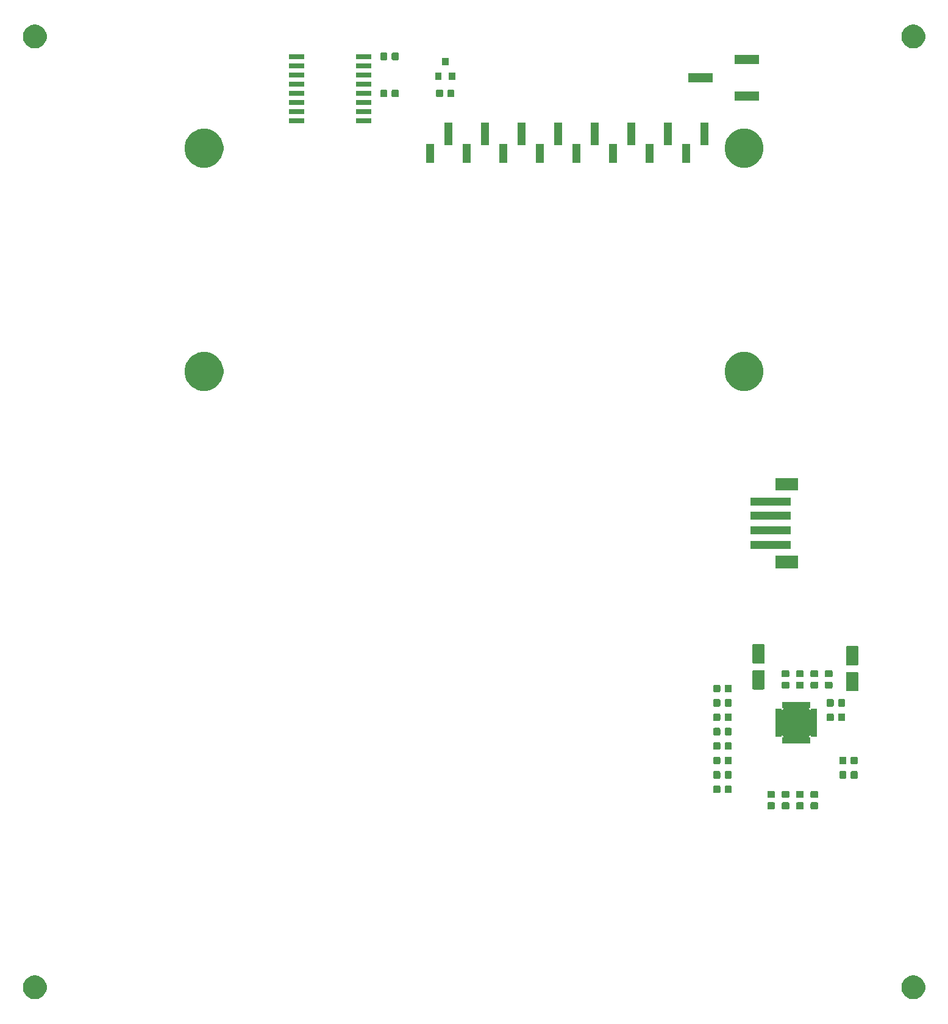
<source format=gbr>
G04 #@! TF.GenerationSoftware,KiCad,Pcbnew,(5.1.6)-1*
G04 #@! TF.CreationDate,2020-10-27T15:14:38-03:00*
G04 #@! TF.ProjectId,PanelFrontal,50616e65-6c46-4726-9f6e-74616c2e6b69,v1.0*
G04 #@! TF.SameCoordinates,Original*
G04 #@! TF.FileFunction,Soldermask,Top*
G04 #@! TF.FilePolarity,Negative*
%FSLAX46Y46*%
G04 Gerber Fmt 4.6, Leading zero omitted, Abs format (unit mm)*
G04 Created by KiCad (PCBNEW (5.1.6)-1) date 2020-10-27 15:14:38*
%MOMM*%
%LPD*%
G01*
G04 APERTURE LIST*
%ADD10C,0.100000*%
G04 APERTURE END LIST*
D10*
G36*
X225625256Y-193641298D02*
G01*
X225731579Y-193662447D01*
X226032042Y-193786903D01*
X226302451Y-193967585D01*
X226532415Y-194197549D01*
X226713097Y-194467958D01*
X226837553Y-194768421D01*
X226901000Y-195087391D01*
X226901000Y-195412609D01*
X226837553Y-195731579D01*
X226713097Y-196032042D01*
X226532415Y-196302451D01*
X226302451Y-196532415D01*
X226032042Y-196713097D01*
X225731579Y-196837553D01*
X225625256Y-196858702D01*
X225412611Y-196901000D01*
X225087389Y-196901000D01*
X224874744Y-196858702D01*
X224768421Y-196837553D01*
X224467958Y-196713097D01*
X224197549Y-196532415D01*
X223967585Y-196302451D01*
X223786903Y-196032042D01*
X223662447Y-195731579D01*
X223599000Y-195412609D01*
X223599000Y-195087391D01*
X223662447Y-194768421D01*
X223786903Y-194467958D01*
X223967585Y-194197549D01*
X224197549Y-193967585D01*
X224467958Y-193786903D01*
X224768421Y-193662447D01*
X224874744Y-193641298D01*
X225087389Y-193599000D01*
X225412611Y-193599000D01*
X225625256Y-193641298D01*
G37*
G36*
X103625256Y-193641298D02*
G01*
X103731579Y-193662447D01*
X104032042Y-193786903D01*
X104302451Y-193967585D01*
X104532415Y-194197549D01*
X104713097Y-194467958D01*
X104837553Y-194768421D01*
X104901000Y-195087391D01*
X104901000Y-195412609D01*
X104837553Y-195731579D01*
X104713097Y-196032042D01*
X104532415Y-196302451D01*
X104302451Y-196532415D01*
X104032042Y-196713097D01*
X103731579Y-196837553D01*
X103625256Y-196858702D01*
X103412611Y-196901000D01*
X103087389Y-196901000D01*
X102874744Y-196858702D01*
X102768421Y-196837553D01*
X102467958Y-196713097D01*
X102197549Y-196532415D01*
X101967585Y-196302451D01*
X101786903Y-196032042D01*
X101662447Y-195731579D01*
X101599000Y-195412609D01*
X101599000Y-195087391D01*
X101662447Y-194768421D01*
X101786903Y-194467958D01*
X101967585Y-194197549D01*
X102197549Y-193967585D01*
X102467958Y-193786903D01*
X102768421Y-193662447D01*
X102874744Y-193641298D01*
X103087389Y-193599000D01*
X103412611Y-193599000D01*
X103625256Y-193641298D01*
G37*
G36*
X207879591Y-169553085D02*
G01*
X207913569Y-169563393D01*
X207944890Y-169580134D01*
X207972339Y-169602661D01*
X207994866Y-169630110D01*
X208011607Y-169661431D01*
X208021915Y-169695409D01*
X208026000Y-169736890D01*
X208026000Y-170338110D01*
X208021915Y-170379591D01*
X208011607Y-170413569D01*
X207994866Y-170444890D01*
X207972339Y-170472339D01*
X207944890Y-170494866D01*
X207913569Y-170511607D01*
X207879591Y-170521915D01*
X207838110Y-170526000D01*
X207161890Y-170526000D01*
X207120409Y-170521915D01*
X207086431Y-170511607D01*
X207055110Y-170494866D01*
X207027661Y-170472339D01*
X207005134Y-170444890D01*
X206988393Y-170413569D01*
X206978085Y-170379591D01*
X206974000Y-170338110D01*
X206974000Y-169736890D01*
X206978085Y-169695409D01*
X206988393Y-169661431D01*
X207005134Y-169630110D01*
X207027661Y-169602661D01*
X207055110Y-169580134D01*
X207086431Y-169563393D01*
X207120409Y-169553085D01*
X207161890Y-169549000D01*
X207838110Y-169549000D01*
X207879591Y-169553085D01*
G37*
G36*
X205879591Y-169553085D02*
G01*
X205913569Y-169563393D01*
X205944890Y-169580134D01*
X205972339Y-169602661D01*
X205994866Y-169630110D01*
X206011607Y-169661431D01*
X206021915Y-169695409D01*
X206026000Y-169736890D01*
X206026000Y-170338110D01*
X206021915Y-170379591D01*
X206011607Y-170413569D01*
X205994866Y-170444890D01*
X205972339Y-170472339D01*
X205944890Y-170494866D01*
X205913569Y-170511607D01*
X205879591Y-170521915D01*
X205838110Y-170526000D01*
X205161890Y-170526000D01*
X205120409Y-170521915D01*
X205086431Y-170511607D01*
X205055110Y-170494866D01*
X205027661Y-170472339D01*
X205005134Y-170444890D01*
X204988393Y-170413569D01*
X204978085Y-170379591D01*
X204974000Y-170338110D01*
X204974000Y-169736890D01*
X204978085Y-169695409D01*
X204988393Y-169661431D01*
X205005134Y-169630110D01*
X205027661Y-169602661D01*
X205055110Y-169580134D01*
X205086431Y-169563393D01*
X205120409Y-169553085D01*
X205161890Y-169549000D01*
X205838110Y-169549000D01*
X205879591Y-169553085D01*
G37*
G36*
X211879591Y-169553085D02*
G01*
X211913569Y-169563393D01*
X211944890Y-169580134D01*
X211972339Y-169602661D01*
X211994866Y-169630110D01*
X212011607Y-169661431D01*
X212021915Y-169695409D01*
X212026000Y-169736890D01*
X212026000Y-170338110D01*
X212021915Y-170379591D01*
X212011607Y-170413569D01*
X211994866Y-170444890D01*
X211972339Y-170472339D01*
X211944890Y-170494866D01*
X211913569Y-170511607D01*
X211879591Y-170521915D01*
X211838110Y-170526000D01*
X211161890Y-170526000D01*
X211120409Y-170521915D01*
X211086431Y-170511607D01*
X211055110Y-170494866D01*
X211027661Y-170472339D01*
X211005134Y-170444890D01*
X210988393Y-170413569D01*
X210978085Y-170379591D01*
X210974000Y-170338110D01*
X210974000Y-169736890D01*
X210978085Y-169695409D01*
X210988393Y-169661431D01*
X211005134Y-169630110D01*
X211027661Y-169602661D01*
X211055110Y-169580134D01*
X211086431Y-169563393D01*
X211120409Y-169553085D01*
X211161890Y-169549000D01*
X211838110Y-169549000D01*
X211879591Y-169553085D01*
G37*
G36*
X209879591Y-169553085D02*
G01*
X209913569Y-169563393D01*
X209944890Y-169580134D01*
X209972339Y-169602661D01*
X209994866Y-169630110D01*
X210011607Y-169661431D01*
X210021915Y-169695409D01*
X210026000Y-169736890D01*
X210026000Y-170338110D01*
X210021915Y-170379591D01*
X210011607Y-170413569D01*
X209994866Y-170444890D01*
X209972339Y-170472339D01*
X209944890Y-170494866D01*
X209913569Y-170511607D01*
X209879591Y-170521915D01*
X209838110Y-170526000D01*
X209161890Y-170526000D01*
X209120409Y-170521915D01*
X209086431Y-170511607D01*
X209055110Y-170494866D01*
X209027661Y-170472339D01*
X209005134Y-170444890D01*
X208988393Y-170413569D01*
X208978085Y-170379591D01*
X208974000Y-170338110D01*
X208974000Y-169736890D01*
X208978085Y-169695409D01*
X208988393Y-169661431D01*
X209005134Y-169630110D01*
X209027661Y-169602661D01*
X209055110Y-169580134D01*
X209086431Y-169563393D01*
X209120409Y-169553085D01*
X209161890Y-169549000D01*
X209838110Y-169549000D01*
X209879591Y-169553085D01*
G37*
G36*
X211879591Y-167978085D02*
G01*
X211913569Y-167988393D01*
X211944890Y-168005134D01*
X211972339Y-168027661D01*
X211994866Y-168055110D01*
X212011607Y-168086431D01*
X212021915Y-168120409D01*
X212026000Y-168161890D01*
X212026000Y-168763110D01*
X212021915Y-168804591D01*
X212011607Y-168838569D01*
X211994866Y-168869890D01*
X211972339Y-168897339D01*
X211944890Y-168919866D01*
X211913569Y-168936607D01*
X211879591Y-168946915D01*
X211838110Y-168951000D01*
X211161890Y-168951000D01*
X211120409Y-168946915D01*
X211086431Y-168936607D01*
X211055110Y-168919866D01*
X211027661Y-168897339D01*
X211005134Y-168869890D01*
X210988393Y-168838569D01*
X210978085Y-168804591D01*
X210974000Y-168763110D01*
X210974000Y-168161890D01*
X210978085Y-168120409D01*
X210988393Y-168086431D01*
X211005134Y-168055110D01*
X211027661Y-168027661D01*
X211055110Y-168005134D01*
X211086431Y-167988393D01*
X211120409Y-167978085D01*
X211161890Y-167974000D01*
X211838110Y-167974000D01*
X211879591Y-167978085D01*
G37*
G36*
X205879591Y-167978085D02*
G01*
X205913569Y-167988393D01*
X205944890Y-168005134D01*
X205972339Y-168027661D01*
X205994866Y-168055110D01*
X206011607Y-168086431D01*
X206021915Y-168120409D01*
X206026000Y-168161890D01*
X206026000Y-168763110D01*
X206021915Y-168804591D01*
X206011607Y-168838569D01*
X205994866Y-168869890D01*
X205972339Y-168897339D01*
X205944890Y-168919866D01*
X205913569Y-168936607D01*
X205879591Y-168946915D01*
X205838110Y-168951000D01*
X205161890Y-168951000D01*
X205120409Y-168946915D01*
X205086431Y-168936607D01*
X205055110Y-168919866D01*
X205027661Y-168897339D01*
X205005134Y-168869890D01*
X204988393Y-168838569D01*
X204978085Y-168804591D01*
X204974000Y-168763110D01*
X204974000Y-168161890D01*
X204978085Y-168120409D01*
X204988393Y-168086431D01*
X205005134Y-168055110D01*
X205027661Y-168027661D01*
X205055110Y-168005134D01*
X205086431Y-167988393D01*
X205120409Y-167978085D01*
X205161890Y-167974000D01*
X205838110Y-167974000D01*
X205879591Y-167978085D01*
G37*
G36*
X207879591Y-167978085D02*
G01*
X207913569Y-167988393D01*
X207944890Y-168005134D01*
X207972339Y-168027661D01*
X207994866Y-168055110D01*
X208011607Y-168086431D01*
X208021915Y-168120409D01*
X208026000Y-168161890D01*
X208026000Y-168763110D01*
X208021915Y-168804591D01*
X208011607Y-168838569D01*
X207994866Y-168869890D01*
X207972339Y-168897339D01*
X207944890Y-168919866D01*
X207913569Y-168936607D01*
X207879591Y-168946915D01*
X207838110Y-168951000D01*
X207161890Y-168951000D01*
X207120409Y-168946915D01*
X207086431Y-168936607D01*
X207055110Y-168919866D01*
X207027661Y-168897339D01*
X207005134Y-168869890D01*
X206988393Y-168838569D01*
X206978085Y-168804591D01*
X206974000Y-168763110D01*
X206974000Y-168161890D01*
X206978085Y-168120409D01*
X206988393Y-168086431D01*
X207005134Y-168055110D01*
X207027661Y-168027661D01*
X207055110Y-168005134D01*
X207086431Y-167988393D01*
X207120409Y-167978085D01*
X207161890Y-167974000D01*
X207838110Y-167974000D01*
X207879591Y-167978085D01*
G37*
G36*
X209879591Y-167978085D02*
G01*
X209913569Y-167988393D01*
X209944890Y-168005134D01*
X209972339Y-168027661D01*
X209994866Y-168055110D01*
X210011607Y-168086431D01*
X210021915Y-168120409D01*
X210026000Y-168161890D01*
X210026000Y-168763110D01*
X210021915Y-168804591D01*
X210011607Y-168838569D01*
X209994866Y-168869890D01*
X209972339Y-168897339D01*
X209944890Y-168919866D01*
X209913569Y-168936607D01*
X209879591Y-168946915D01*
X209838110Y-168951000D01*
X209161890Y-168951000D01*
X209120409Y-168946915D01*
X209086431Y-168936607D01*
X209055110Y-168919866D01*
X209027661Y-168897339D01*
X209005134Y-168869890D01*
X208988393Y-168838569D01*
X208978085Y-168804591D01*
X208974000Y-168763110D01*
X208974000Y-168161890D01*
X208978085Y-168120409D01*
X208988393Y-168086431D01*
X209005134Y-168055110D01*
X209027661Y-168027661D01*
X209055110Y-168005134D01*
X209086431Y-167988393D01*
X209120409Y-167978085D01*
X209161890Y-167974000D01*
X209838110Y-167974000D01*
X209879591Y-167978085D01*
G37*
G36*
X198304591Y-167228085D02*
G01*
X198338569Y-167238393D01*
X198369890Y-167255134D01*
X198397339Y-167277661D01*
X198419866Y-167305110D01*
X198436607Y-167336431D01*
X198446915Y-167370409D01*
X198451000Y-167411890D01*
X198451000Y-168088110D01*
X198446915Y-168129591D01*
X198436607Y-168163569D01*
X198419866Y-168194890D01*
X198397339Y-168222339D01*
X198369890Y-168244866D01*
X198338569Y-168261607D01*
X198304591Y-168271915D01*
X198263110Y-168276000D01*
X197661890Y-168276000D01*
X197620409Y-168271915D01*
X197586431Y-168261607D01*
X197555110Y-168244866D01*
X197527661Y-168222339D01*
X197505134Y-168194890D01*
X197488393Y-168163569D01*
X197478085Y-168129591D01*
X197474000Y-168088110D01*
X197474000Y-167411890D01*
X197478085Y-167370409D01*
X197488393Y-167336431D01*
X197505134Y-167305110D01*
X197527661Y-167277661D01*
X197555110Y-167255134D01*
X197586431Y-167238393D01*
X197620409Y-167228085D01*
X197661890Y-167224000D01*
X198263110Y-167224000D01*
X198304591Y-167228085D01*
G37*
G36*
X199879591Y-167228085D02*
G01*
X199913569Y-167238393D01*
X199944890Y-167255134D01*
X199972339Y-167277661D01*
X199994866Y-167305110D01*
X200011607Y-167336431D01*
X200021915Y-167370409D01*
X200026000Y-167411890D01*
X200026000Y-168088110D01*
X200021915Y-168129591D01*
X200011607Y-168163569D01*
X199994866Y-168194890D01*
X199972339Y-168222339D01*
X199944890Y-168244866D01*
X199913569Y-168261607D01*
X199879591Y-168271915D01*
X199838110Y-168276000D01*
X199236890Y-168276000D01*
X199195409Y-168271915D01*
X199161431Y-168261607D01*
X199130110Y-168244866D01*
X199102661Y-168222339D01*
X199080134Y-168194890D01*
X199063393Y-168163569D01*
X199053085Y-168129591D01*
X199049000Y-168088110D01*
X199049000Y-167411890D01*
X199053085Y-167370409D01*
X199063393Y-167336431D01*
X199080134Y-167305110D01*
X199102661Y-167277661D01*
X199130110Y-167255134D01*
X199161431Y-167238393D01*
X199195409Y-167228085D01*
X199236890Y-167224000D01*
X199838110Y-167224000D01*
X199879591Y-167228085D01*
G37*
G36*
X198304591Y-165228085D02*
G01*
X198338569Y-165238393D01*
X198369890Y-165255134D01*
X198397339Y-165277661D01*
X198419866Y-165305110D01*
X198436607Y-165336431D01*
X198446915Y-165370409D01*
X198451000Y-165411890D01*
X198451000Y-166088110D01*
X198446915Y-166129591D01*
X198436607Y-166163569D01*
X198419866Y-166194890D01*
X198397339Y-166222339D01*
X198369890Y-166244866D01*
X198338569Y-166261607D01*
X198304591Y-166271915D01*
X198263110Y-166276000D01*
X197661890Y-166276000D01*
X197620409Y-166271915D01*
X197586431Y-166261607D01*
X197555110Y-166244866D01*
X197527661Y-166222339D01*
X197505134Y-166194890D01*
X197488393Y-166163569D01*
X197478085Y-166129591D01*
X197474000Y-166088110D01*
X197474000Y-165411890D01*
X197478085Y-165370409D01*
X197488393Y-165336431D01*
X197505134Y-165305110D01*
X197527661Y-165277661D01*
X197555110Y-165255134D01*
X197586431Y-165238393D01*
X197620409Y-165228085D01*
X197661890Y-165224000D01*
X198263110Y-165224000D01*
X198304591Y-165228085D01*
G37*
G36*
X199879591Y-165228085D02*
G01*
X199913569Y-165238393D01*
X199944890Y-165255134D01*
X199972339Y-165277661D01*
X199994866Y-165305110D01*
X200011607Y-165336431D01*
X200021915Y-165370409D01*
X200026000Y-165411890D01*
X200026000Y-166088110D01*
X200021915Y-166129591D01*
X200011607Y-166163569D01*
X199994866Y-166194890D01*
X199972339Y-166222339D01*
X199944890Y-166244866D01*
X199913569Y-166261607D01*
X199879591Y-166271915D01*
X199838110Y-166276000D01*
X199236890Y-166276000D01*
X199195409Y-166271915D01*
X199161431Y-166261607D01*
X199130110Y-166244866D01*
X199102661Y-166222339D01*
X199080134Y-166194890D01*
X199063393Y-166163569D01*
X199053085Y-166129591D01*
X199049000Y-166088110D01*
X199049000Y-165411890D01*
X199053085Y-165370409D01*
X199063393Y-165336431D01*
X199080134Y-165305110D01*
X199102661Y-165277661D01*
X199130110Y-165255134D01*
X199161431Y-165238393D01*
X199195409Y-165228085D01*
X199236890Y-165224000D01*
X199838110Y-165224000D01*
X199879591Y-165228085D01*
G37*
G36*
X215804591Y-165228085D02*
G01*
X215838569Y-165238393D01*
X215869890Y-165255134D01*
X215897339Y-165277661D01*
X215919866Y-165305110D01*
X215936607Y-165336431D01*
X215946915Y-165370409D01*
X215951000Y-165411890D01*
X215951000Y-166088110D01*
X215946915Y-166129591D01*
X215936607Y-166163569D01*
X215919866Y-166194890D01*
X215897339Y-166222339D01*
X215869890Y-166244866D01*
X215838569Y-166261607D01*
X215804591Y-166271915D01*
X215763110Y-166276000D01*
X215161890Y-166276000D01*
X215120409Y-166271915D01*
X215086431Y-166261607D01*
X215055110Y-166244866D01*
X215027661Y-166222339D01*
X215005134Y-166194890D01*
X214988393Y-166163569D01*
X214978085Y-166129591D01*
X214974000Y-166088110D01*
X214974000Y-165411890D01*
X214978085Y-165370409D01*
X214988393Y-165336431D01*
X215005134Y-165305110D01*
X215027661Y-165277661D01*
X215055110Y-165255134D01*
X215086431Y-165238393D01*
X215120409Y-165228085D01*
X215161890Y-165224000D01*
X215763110Y-165224000D01*
X215804591Y-165228085D01*
G37*
G36*
X217379591Y-165228085D02*
G01*
X217413569Y-165238393D01*
X217444890Y-165255134D01*
X217472339Y-165277661D01*
X217494866Y-165305110D01*
X217511607Y-165336431D01*
X217521915Y-165370409D01*
X217526000Y-165411890D01*
X217526000Y-166088110D01*
X217521915Y-166129591D01*
X217511607Y-166163569D01*
X217494866Y-166194890D01*
X217472339Y-166222339D01*
X217444890Y-166244866D01*
X217413569Y-166261607D01*
X217379591Y-166271915D01*
X217338110Y-166276000D01*
X216736890Y-166276000D01*
X216695409Y-166271915D01*
X216661431Y-166261607D01*
X216630110Y-166244866D01*
X216602661Y-166222339D01*
X216580134Y-166194890D01*
X216563393Y-166163569D01*
X216553085Y-166129591D01*
X216549000Y-166088110D01*
X216549000Y-165411890D01*
X216553085Y-165370409D01*
X216563393Y-165336431D01*
X216580134Y-165305110D01*
X216602661Y-165277661D01*
X216630110Y-165255134D01*
X216661431Y-165238393D01*
X216695409Y-165228085D01*
X216736890Y-165224000D01*
X217338110Y-165224000D01*
X217379591Y-165228085D01*
G37*
G36*
X199879591Y-163228085D02*
G01*
X199913569Y-163238393D01*
X199944890Y-163255134D01*
X199972339Y-163277661D01*
X199994866Y-163305110D01*
X200011607Y-163336431D01*
X200021915Y-163370409D01*
X200026000Y-163411890D01*
X200026000Y-164088110D01*
X200021915Y-164129591D01*
X200011607Y-164163569D01*
X199994866Y-164194890D01*
X199972339Y-164222339D01*
X199944890Y-164244866D01*
X199913569Y-164261607D01*
X199879591Y-164271915D01*
X199838110Y-164276000D01*
X199236890Y-164276000D01*
X199195409Y-164271915D01*
X199161431Y-164261607D01*
X199130110Y-164244866D01*
X199102661Y-164222339D01*
X199080134Y-164194890D01*
X199063393Y-164163569D01*
X199053085Y-164129591D01*
X199049000Y-164088110D01*
X199049000Y-163411890D01*
X199053085Y-163370409D01*
X199063393Y-163336431D01*
X199080134Y-163305110D01*
X199102661Y-163277661D01*
X199130110Y-163255134D01*
X199161431Y-163238393D01*
X199195409Y-163228085D01*
X199236890Y-163224000D01*
X199838110Y-163224000D01*
X199879591Y-163228085D01*
G37*
G36*
X198304591Y-163228085D02*
G01*
X198338569Y-163238393D01*
X198369890Y-163255134D01*
X198397339Y-163277661D01*
X198419866Y-163305110D01*
X198436607Y-163336431D01*
X198446915Y-163370409D01*
X198451000Y-163411890D01*
X198451000Y-164088110D01*
X198446915Y-164129591D01*
X198436607Y-164163569D01*
X198419866Y-164194890D01*
X198397339Y-164222339D01*
X198369890Y-164244866D01*
X198338569Y-164261607D01*
X198304591Y-164271915D01*
X198263110Y-164276000D01*
X197661890Y-164276000D01*
X197620409Y-164271915D01*
X197586431Y-164261607D01*
X197555110Y-164244866D01*
X197527661Y-164222339D01*
X197505134Y-164194890D01*
X197488393Y-164163569D01*
X197478085Y-164129591D01*
X197474000Y-164088110D01*
X197474000Y-163411890D01*
X197478085Y-163370409D01*
X197488393Y-163336431D01*
X197505134Y-163305110D01*
X197527661Y-163277661D01*
X197555110Y-163255134D01*
X197586431Y-163238393D01*
X197620409Y-163228085D01*
X197661890Y-163224000D01*
X198263110Y-163224000D01*
X198304591Y-163228085D01*
G37*
G36*
X217379591Y-163228085D02*
G01*
X217413569Y-163238393D01*
X217444890Y-163255134D01*
X217472339Y-163277661D01*
X217494866Y-163305110D01*
X217511607Y-163336431D01*
X217521915Y-163370409D01*
X217526000Y-163411890D01*
X217526000Y-164088110D01*
X217521915Y-164129591D01*
X217511607Y-164163569D01*
X217494866Y-164194890D01*
X217472339Y-164222339D01*
X217444890Y-164244866D01*
X217413569Y-164261607D01*
X217379591Y-164271915D01*
X217338110Y-164276000D01*
X216736890Y-164276000D01*
X216695409Y-164271915D01*
X216661431Y-164261607D01*
X216630110Y-164244866D01*
X216602661Y-164222339D01*
X216580134Y-164194890D01*
X216563393Y-164163569D01*
X216553085Y-164129591D01*
X216549000Y-164088110D01*
X216549000Y-163411890D01*
X216553085Y-163370409D01*
X216563393Y-163336431D01*
X216580134Y-163305110D01*
X216602661Y-163277661D01*
X216630110Y-163255134D01*
X216661431Y-163238393D01*
X216695409Y-163228085D01*
X216736890Y-163224000D01*
X217338110Y-163224000D01*
X217379591Y-163228085D01*
G37*
G36*
X215804591Y-163228085D02*
G01*
X215838569Y-163238393D01*
X215869890Y-163255134D01*
X215897339Y-163277661D01*
X215919866Y-163305110D01*
X215936607Y-163336431D01*
X215946915Y-163370409D01*
X215951000Y-163411890D01*
X215951000Y-164088110D01*
X215946915Y-164129591D01*
X215936607Y-164163569D01*
X215919866Y-164194890D01*
X215897339Y-164222339D01*
X215869890Y-164244866D01*
X215838569Y-164261607D01*
X215804591Y-164271915D01*
X215763110Y-164276000D01*
X215161890Y-164276000D01*
X215120409Y-164271915D01*
X215086431Y-164261607D01*
X215055110Y-164244866D01*
X215027661Y-164222339D01*
X215005134Y-164194890D01*
X214988393Y-164163569D01*
X214978085Y-164129591D01*
X214974000Y-164088110D01*
X214974000Y-163411890D01*
X214978085Y-163370409D01*
X214988393Y-163336431D01*
X215005134Y-163305110D01*
X215027661Y-163277661D01*
X215055110Y-163255134D01*
X215086431Y-163238393D01*
X215120409Y-163228085D01*
X215161890Y-163224000D01*
X215763110Y-163224000D01*
X215804591Y-163228085D01*
G37*
G36*
X198304591Y-161228085D02*
G01*
X198338569Y-161238393D01*
X198369890Y-161255134D01*
X198397339Y-161277661D01*
X198419866Y-161305110D01*
X198436607Y-161336431D01*
X198446915Y-161370409D01*
X198451000Y-161411890D01*
X198451000Y-162088110D01*
X198446915Y-162129591D01*
X198436607Y-162163569D01*
X198419866Y-162194890D01*
X198397339Y-162222339D01*
X198369890Y-162244866D01*
X198338569Y-162261607D01*
X198304591Y-162271915D01*
X198263110Y-162276000D01*
X197661890Y-162276000D01*
X197620409Y-162271915D01*
X197586431Y-162261607D01*
X197555110Y-162244866D01*
X197527661Y-162222339D01*
X197505134Y-162194890D01*
X197488393Y-162163569D01*
X197478085Y-162129591D01*
X197474000Y-162088110D01*
X197474000Y-161411890D01*
X197478085Y-161370409D01*
X197488393Y-161336431D01*
X197505134Y-161305110D01*
X197527661Y-161277661D01*
X197555110Y-161255134D01*
X197586431Y-161238393D01*
X197620409Y-161228085D01*
X197661890Y-161224000D01*
X198263110Y-161224000D01*
X198304591Y-161228085D01*
G37*
G36*
X199879591Y-161228085D02*
G01*
X199913569Y-161238393D01*
X199944890Y-161255134D01*
X199972339Y-161277661D01*
X199994866Y-161305110D01*
X200011607Y-161336431D01*
X200021915Y-161370409D01*
X200026000Y-161411890D01*
X200026000Y-162088110D01*
X200021915Y-162129591D01*
X200011607Y-162163569D01*
X199994866Y-162194890D01*
X199972339Y-162222339D01*
X199944890Y-162244866D01*
X199913569Y-162261607D01*
X199879591Y-162271915D01*
X199838110Y-162276000D01*
X199236890Y-162276000D01*
X199195409Y-162271915D01*
X199161431Y-162261607D01*
X199130110Y-162244866D01*
X199102661Y-162222339D01*
X199080134Y-162194890D01*
X199063393Y-162163569D01*
X199053085Y-162129591D01*
X199049000Y-162088110D01*
X199049000Y-161411890D01*
X199053085Y-161370409D01*
X199063393Y-161336431D01*
X199080134Y-161305110D01*
X199102661Y-161277661D01*
X199130110Y-161255134D01*
X199161431Y-161238393D01*
X199195409Y-161228085D01*
X199236890Y-161224000D01*
X199838110Y-161224000D01*
X199879591Y-161228085D01*
G37*
G36*
X207405355Y-155600083D02*
G01*
X207410029Y-155601501D01*
X207414330Y-155603800D01*
X207420702Y-155609029D01*
X207441076Y-155622643D01*
X207463715Y-155632020D01*
X207487749Y-155636800D01*
X207512253Y-155636800D01*
X207536286Y-155632019D01*
X207558925Y-155622642D01*
X207579298Y-155609029D01*
X207585670Y-155603800D01*
X207589971Y-155601501D01*
X207594645Y-155600083D01*
X207605641Y-155599000D01*
X207894359Y-155599000D01*
X207905355Y-155600083D01*
X207910029Y-155601501D01*
X207914330Y-155603800D01*
X207920702Y-155609029D01*
X207941076Y-155622643D01*
X207963715Y-155632020D01*
X207987749Y-155636800D01*
X208012253Y-155636800D01*
X208036286Y-155632019D01*
X208058925Y-155622642D01*
X208079298Y-155609029D01*
X208085670Y-155603800D01*
X208089971Y-155601501D01*
X208094645Y-155600083D01*
X208105641Y-155599000D01*
X208394359Y-155599000D01*
X208405355Y-155600083D01*
X208410029Y-155601501D01*
X208414330Y-155603800D01*
X208420702Y-155609029D01*
X208441076Y-155622643D01*
X208463715Y-155632020D01*
X208487749Y-155636800D01*
X208512253Y-155636800D01*
X208536286Y-155632019D01*
X208558925Y-155622642D01*
X208579298Y-155609029D01*
X208585670Y-155603800D01*
X208589971Y-155601501D01*
X208594645Y-155600083D01*
X208605641Y-155599000D01*
X208894359Y-155599000D01*
X208905355Y-155600083D01*
X208910029Y-155601501D01*
X208914330Y-155603800D01*
X208920702Y-155609029D01*
X208941076Y-155622643D01*
X208963715Y-155632020D01*
X208987749Y-155636800D01*
X209012253Y-155636800D01*
X209036286Y-155632019D01*
X209058925Y-155622642D01*
X209079298Y-155609029D01*
X209085670Y-155603800D01*
X209089971Y-155601501D01*
X209094645Y-155600083D01*
X209105641Y-155599000D01*
X209394359Y-155599000D01*
X209405355Y-155600083D01*
X209410029Y-155601501D01*
X209414330Y-155603800D01*
X209420702Y-155609029D01*
X209441076Y-155622643D01*
X209463715Y-155632020D01*
X209487749Y-155636800D01*
X209512253Y-155636800D01*
X209536286Y-155632019D01*
X209558925Y-155622642D01*
X209579298Y-155609029D01*
X209585670Y-155603800D01*
X209589971Y-155601501D01*
X209594645Y-155600083D01*
X209605641Y-155599000D01*
X209894359Y-155599000D01*
X209905355Y-155600083D01*
X209910029Y-155601501D01*
X209914330Y-155603800D01*
X209920702Y-155609029D01*
X209941076Y-155622643D01*
X209963715Y-155632020D01*
X209987749Y-155636800D01*
X210012253Y-155636800D01*
X210036286Y-155632019D01*
X210058925Y-155622642D01*
X210079298Y-155609029D01*
X210085670Y-155603800D01*
X210089971Y-155601501D01*
X210094645Y-155600083D01*
X210105641Y-155599000D01*
X210394359Y-155599000D01*
X210405355Y-155600083D01*
X210410029Y-155601501D01*
X210414330Y-155603800D01*
X210420702Y-155609029D01*
X210441076Y-155622643D01*
X210463715Y-155632020D01*
X210487749Y-155636800D01*
X210512253Y-155636800D01*
X210536286Y-155632019D01*
X210558925Y-155622642D01*
X210579298Y-155609029D01*
X210585670Y-155603800D01*
X210589971Y-155601501D01*
X210594645Y-155600083D01*
X210605641Y-155599000D01*
X210894359Y-155599000D01*
X210905355Y-155600083D01*
X210910029Y-155601501D01*
X210914331Y-155603800D01*
X210918104Y-155606896D01*
X210921200Y-155610669D01*
X210923499Y-155614971D01*
X210924917Y-155619645D01*
X210926000Y-155630641D01*
X210926000Y-156419357D01*
X210924034Y-156439315D01*
X210924034Y-156449034D01*
X210914317Y-156449034D01*
X210902722Y-156450176D01*
X210878689Y-156454956D01*
X210856050Y-156464334D01*
X210835676Y-156477947D01*
X210818349Y-156495274D01*
X210804735Y-156515649D01*
X210795357Y-156538288D01*
X210790577Y-156562321D01*
X210790577Y-156586825D01*
X210795357Y-156610858D01*
X210804735Y-156633497D01*
X210818348Y-156653871D01*
X210828803Y-156664327D01*
X210828805Y-156664329D01*
X210846133Y-156681656D01*
X210866508Y-156695268D01*
X210889148Y-156704644D01*
X210913181Y-156709424D01*
X210937685Y-156709422D01*
X210961718Y-156704641D01*
X210984357Y-156695262D01*
X211004730Y-156681648D01*
X211022057Y-156664320D01*
X211035669Y-156643945D01*
X211045045Y-156621305D01*
X211049824Y-156597278D01*
X211050966Y-156585683D01*
X211050966Y-156575966D01*
X211060685Y-156575966D01*
X211080643Y-156574000D01*
X211869359Y-156574000D01*
X211880355Y-156575083D01*
X211885029Y-156576501D01*
X211889331Y-156578800D01*
X211893104Y-156581896D01*
X211896200Y-156585669D01*
X211898499Y-156589971D01*
X211899917Y-156594645D01*
X211901000Y-156605641D01*
X211901000Y-156894359D01*
X211899917Y-156905355D01*
X211898499Y-156910029D01*
X211896200Y-156914330D01*
X211890971Y-156920702D01*
X211877357Y-156941076D01*
X211867980Y-156963715D01*
X211863200Y-156987749D01*
X211863200Y-157012253D01*
X211867981Y-157036286D01*
X211877358Y-157058925D01*
X211890971Y-157079298D01*
X211896200Y-157085670D01*
X211898499Y-157089971D01*
X211899917Y-157094645D01*
X211901000Y-157105641D01*
X211901000Y-157394359D01*
X211899917Y-157405355D01*
X211898499Y-157410029D01*
X211896200Y-157414330D01*
X211890971Y-157420702D01*
X211877357Y-157441076D01*
X211867980Y-157463715D01*
X211863200Y-157487749D01*
X211863200Y-157512253D01*
X211867981Y-157536286D01*
X211877358Y-157558925D01*
X211890971Y-157579298D01*
X211896200Y-157585670D01*
X211898499Y-157589971D01*
X211899917Y-157594645D01*
X211901000Y-157605641D01*
X211901000Y-157894359D01*
X211899917Y-157905355D01*
X211898499Y-157910029D01*
X211896200Y-157914330D01*
X211890971Y-157920702D01*
X211877357Y-157941076D01*
X211867980Y-157963715D01*
X211863200Y-157987749D01*
X211863200Y-158012253D01*
X211867981Y-158036286D01*
X211877358Y-158058925D01*
X211890971Y-158079298D01*
X211896200Y-158085670D01*
X211898499Y-158089971D01*
X211899917Y-158094645D01*
X211901000Y-158105641D01*
X211901000Y-158394359D01*
X211899917Y-158405355D01*
X211898499Y-158410029D01*
X211896200Y-158414330D01*
X211890971Y-158420702D01*
X211877357Y-158441076D01*
X211867980Y-158463715D01*
X211863200Y-158487749D01*
X211863200Y-158512253D01*
X211867981Y-158536286D01*
X211877358Y-158558925D01*
X211890971Y-158579298D01*
X211896200Y-158585670D01*
X211898499Y-158589971D01*
X211899917Y-158594645D01*
X211901000Y-158605641D01*
X211901000Y-158894359D01*
X211899917Y-158905355D01*
X211898499Y-158910029D01*
X211896200Y-158914330D01*
X211890971Y-158920702D01*
X211877357Y-158941076D01*
X211867980Y-158963715D01*
X211863200Y-158987749D01*
X211863200Y-159012253D01*
X211867981Y-159036286D01*
X211877358Y-159058925D01*
X211890971Y-159079298D01*
X211896200Y-159085670D01*
X211898499Y-159089971D01*
X211899917Y-159094645D01*
X211901000Y-159105641D01*
X211901000Y-159394359D01*
X211899917Y-159405355D01*
X211898499Y-159410029D01*
X211896200Y-159414330D01*
X211890971Y-159420702D01*
X211877357Y-159441076D01*
X211867980Y-159463715D01*
X211863200Y-159487749D01*
X211863200Y-159512253D01*
X211867981Y-159536286D01*
X211877358Y-159558925D01*
X211890971Y-159579298D01*
X211896200Y-159585670D01*
X211898499Y-159589971D01*
X211899917Y-159594645D01*
X211901000Y-159605641D01*
X211901000Y-159894359D01*
X211899917Y-159905355D01*
X211898499Y-159910029D01*
X211896200Y-159914330D01*
X211890971Y-159920702D01*
X211877357Y-159941076D01*
X211867980Y-159963715D01*
X211863200Y-159987749D01*
X211863200Y-160012253D01*
X211867981Y-160036286D01*
X211877358Y-160058925D01*
X211890971Y-160079298D01*
X211896200Y-160085670D01*
X211898499Y-160089971D01*
X211899917Y-160094645D01*
X211901000Y-160105641D01*
X211901000Y-160394359D01*
X211899917Y-160405355D01*
X211898499Y-160410029D01*
X211896200Y-160414331D01*
X211893104Y-160418104D01*
X211889331Y-160421200D01*
X211885029Y-160423499D01*
X211880355Y-160424917D01*
X211869359Y-160426000D01*
X211080643Y-160426000D01*
X211060685Y-160424034D01*
X211050966Y-160424034D01*
X211050966Y-160414317D01*
X211049824Y-160402722D01*
X211045044Y-160378689D01*
X211035666Y-160356050D01*
X211022053Y-160335676D01*
X211004726Y-160318349D01*
X210984351Y-160304735D01*
X210961712Y-160295357D01*
X210937679Y-160290577D01*
X210913175Y-160290577D01*
X210889142Y-160295357D01*
X210866503Y-160304735D01*
X210846129Y-160318348D01*
X210835673Y-160328803D01*
X210835671Y-160328805D01*
X210818344Y-160346133D01*
X210804732Y-160366508D01*
X210795356Y-160389148D01*
X210790576Y-160413181D01*
X210790578Y-160437685D01*
X210795359Y-160461718D01*
X210804738Y-160484357D01*
X210818352Y-160504730D01*
X210835680Y-160522057D01*
X210856055Y-160535669D01*
X210878695Y-160545045D01*
X210902722Y-160549824D01*
X210914317Y-160550966D01*
X210924034Y-160550966D01*
X210924034Y-160560685D01*
X210926000Y-160580643D01*
X210926000Y-161369359D01*
X210924917Y-161380355D01*
X210923499Y-161385029D01*
X210921200Y-161389331D01*
X210918104Y-161393104D01*
X210914331Y-161396200D01*
X210910029Y-161398499D01*
X210905355Y-161399917D01*
X210894359Y-161401000D01*
X210605641Y-161401000D01*
X210594645Y-161399917D01*
X210589971Y-161398499D01*
X210585670Y-161396200D01*
X210579298Y-161390971D01*
X210558924Y-161377357D01*
X210536285Y-161367980D01*
X210512251Y-161363200D01*
X210487747Y-161363200D01*
X210463714Y-161367981D01*
X210441075Y-161377358D01*
X210420702Y-161390971D01*
X210414330Y-161396200D01*
X210410029Y-161398499D01*
X210405355Y-161399917D01*
X210394359Y-161401000D01*
X210105641Y-161401000D01*
X210094645Y-161399917D01*
X210089971Y-161398499D01*
X210085670Y-161396200D01*
X210079298Y-161390971D01*
X210058924Y-161377357D01*
X210036285Y-161367980D01*
X210012251Y-161363200D01*
X209987747Y-161363200D01*
X209963714Y-161367981D01*
X209941075Y-161377358D01*
X209920702Y-161390971D01*
X209914330Y-161396200D01*
X209910029Y-161398499D01*
X209905355Y-161399917D01*
X209894359Y-161401000D01*
X209605641Y-161401000D01*
X209594645Y-161399917D01*
X209589971Y-161398499D01*
X209585670Y-161396200D01*
X209579298Y-161390971D01*
X209558924Y-161377357D01*
X209536285Y-161367980D01*
X209512251Y-161363200D01*
X209487747Y-161363200D01*
X209463714Y-161367981D01*
X209441075Y-161377358D01*
X209420702Y-161390971D01*
X209414330Y-161396200D01*
X209410029Y-161398499D01*
X209405355Y-161399917D01*
X209394359Y-161401000D01*
X209105641Y-161401000D01*
X209094645Y-161399917D01*
X209089971Y-161398499D01*
X209085670Y-161396200D01*
X209079298Y-161390971D01*
X209058924Y-161377357D01*
X209036285Y-161367980D01*
X209012251Y-161363200D01*
X208987747Y-161363200D01*
X208963714Y-161367981D01*
X208941075Y-161377358D01*
X208920702Y-161390971D01*
X208914330Y-161396200D01*
X208910029Y-161398499D01*
X208905355Y-161399917D01*
X208894359Y-161401000D01*
X208605641Y-161401000D01*
X208594645Y-161399917D01*
X208589971Y-161398499D01*
X208585670Y-161396200D01*
X208579298Y-161390971D01*
X208558924Y-161377357D01*
X208536285Y-161367980D01*
X208512251Y-161363200D01*
X208487747Y-161363200D01*
X208463714Y-161367981D01*
X208441075Y-161377358D01*
X208420702Y-161390971D01*
X208414330Y-161396200D01*
X208410029Y-161398499D01*
X208405355Y-161399917D01*
X208394359Y-161401000D01*
X208105641Y-161401000D01*
X208094645Y-161399917D01*
X208089971Y-161398499D01*
X208085670Y-161396200D01*
X208079298Y-161390971D01*
X208058924Y-161377357D01*
X208036285Y-161367980D01*
X208012251Y-161363200D01*
X207987747Y-161363200D01*
X207963714Y-161367981D01*
X207941075Y-161377358D01*
X207920702Y-161390971D01*
X207914330Y-161396200D01*
X207910029Y-161398499D01*
X207905355Y-161399917D01*
X207894359Y-161401000D01*
X207605641Y-161401000D01*
X207594645Y-161399917D01*
X207589971Y-161398499D01*
X207585670Y-161396200D01*
X207579298Y-161390971D01*
X207558924Y-161377357D01*
X207536285Y-161367980D01*
X207512251Y-161363200D01*
X207487747Y-161363200D01*
X207463714Y-161367981D01*
X207441075Y-161377358D01*
X207420702Y-161390971D01*
X207414330Y-161396200D01*
X207410029Y-161398499D01*
X207405355Y-161399917D01*
X207394359Y-161401000D01*
X207105641Y-161401000D01*
X207094645Y-161399917D01*
X207089971Y-161398499D01*
X207085669Y-161396200D01*
X207081896Y-161393104D01*
X207078800Y-161389331D01*
X207076501Y-161385029D01*
X207075083Y-161380355D01*
X207074000Y-161369359D01*
X207074000Y-160580643D01*
X207075966Y-160560685D01*
X207075966Y-160550966D01*
X207085683Y-160550966D01*
X207097278Y-160549824D01*
X207121311Y-160545044D01*
X207143950Y-160535666D01*
X207164324Y-160522053D01*
X207181651Y-160504726D01*
X207195265Y-160484351D01*
X207204643Y-160461712D01*
X207209423Y-160437679D01*
X207209423Y-160413175D01*
X207204643Y-160389142D01*
X207195265Y-160366503D01*
X207181652Y-160346129D01*
X207164329Y-160328805D01*
X207164327Y-160328803D01*
X207153867Y-160318344D01*
X207133492Y-160304732D01*
X207110852Y-160295356D01*
X207086819Y-160290576D01*
X207062315Y-160290578D01*
X207038282Y-160295359D01*
X207015643Y-160304738D01*
X206995270Y-160318352D01*
X206977943Y-160335680D01*
X206964331Y-160356055D01*
X206954955Y-160378695D01*
X206950176Y-160402722D01*
X206949034Y-160414317D01*
X206949034Y-160424034D01*
X206939315Y-160424034D01*
X206919357Y-160426000D01*
X206130641Y-160426000D01*
X206119645Y-160424917D01*
X206114971Y-160423499D01*
X206110669Y-160421200D01*
X206106896Y-160418104D01*
X206103800Y-160414331D01*
X206101501Y-160410029D01*
X206100083Y-160405355D01*
X206099000Y-160394359D01*
X206099000Y-160105641D01*
X206100083Y-160094645D01*
X206101501Y-160089971D01*
X206103800Y-160085670D01*
X206109029Y-160079298D01*
X206122643Y-160058924D01*
X206132020Y-160036285D01*
X206136800Y-160012251D01*
X206136800Y-159987747D01*
X206132019Y-159963714D01*
X206122642Y-159941075D01*
X206109029Y-159920702D01*
X206103800Y-159914330D01*
X206101501Y-159910029D01*
X206100083Y-159905355D01*
X206099000Y-159894359D01*
X206099000Y-159605641D01*
X206100083Y-159594645D01*
X206101501Y-159589971D01*
X206103800Y-159585670D01*
X206109029Y-159579298D01*
X206122643Y-159558924D01*
X206132020Y-159536285D01*
X206136800Y-159512251D01*
X206136800Y-159487747D01*
X206132019Y-159463714D01*
X206122642Y-159441075D01*
X206109029Y-159420702D01*
X206103800Y-159414330D01*
X206101501Y-159410029D01*
X206100083Y-159405355D01*
X206099000Y-159394359D01*
X206099000Y-159105641D01*
X206100083Y-159094645D01*
X206101501Y-159089971D01*
X206103800Y-159085670D01*
X206109029Y-159079298D01*
X206122643Y-159058924D01*
X206132020Y-159036285D01*
X206136800Y-159012251D01*
X206136800Y-158987747D01*
X206132019Y-158963714D01*
X206122642Y-158941075D01*
X206109029Y-158920702D01*
X206103800Y-158914330D01*
X206101501Y-158910029D01*
X206100083Y-158905355D01*
X206099000Y-158894359D01*
X206099000Y-158605641D01*
X206100083Y-158594645D01*
X206101501Y-158589971D01*
X206103800Y-158585670D01*
X206109029Y-158579298D01*
X206122643Y-158558924D01*
X206132020Y-158536285D01*
X206136800Y-158512251D01*
X206136800Y-158487747D01*
X206132019Y-158463714D01*
X206122642Y-158441075D01*
X206109029Y-158420702D01*
X206103800Y-158414330D01*
X206101501Y-158410029D01*
X206100083Y-158405355D01*
X206099000Y-158394359D01*
X206099000Y-158105641D01*
X206100083Y-158094645D01*
X206101501Y-158089971D01*
X206103800Y-158085670D01*
X206109029Y-158079298D01*
X206122643Y-158058924D01*
X206132020Y-158036285D01*
X206136800Y-158012251D01*
X206136800Y-157987747D01*
X206132019Y-157963714D01*
X206122642Y-157941075D01*
X206109029Y-157920702D01*
X206103800Y-157914330D01*
X206101501Y-157910029D01*
X206100083Y-157905355D01*
X206099000Y-157894359D01*
X206099000Y-157605641D01*
X206100083Y-157594645D01*
X206101501Y-157589971D01*
X206103800Y-157585670D01*
X206109029Y-157579298D01*
X206122643Y-157558924D01*
X206132020Y-157536285D01*
X206136800Y-157512251D01*
X206136800Y-157487747D01*
X206132019Y-157463714D01*
X206122642Y-157441075D01*
X206109029Y-157420702D01*
X206103800Y-157414330D01*
X206101501Y-157410029D01*
X206100083Y-157405355D01*
X206099000Y-157394359D01*
X206099000Y-157105641D01*
X206100083Y-157094645D01*
X206101501Y-157089971D01*
X206103800Y-157085670D01*
X206109029Y-157079298D01*
X206122643Y-157058924D01*
X206132020Y-157036285D01*
X206136800Y-157012251D01*
X206136800Y-156987747D01*
X206132019Y-156963714D01*
X206122642Y-156941075D01*
X206109029Y-156920702D01*
X206103800Y-156914330D01*
X206101501Y-156910029D01*
X206100083Y-156905355D01*
X206099000Y-156894359D01*
X206099000Y-156605641D01*
X206100083Y-156594645D01*
X206101501Y-156589971D01*
X206103800Y-156585669D01*
X206106896Y-156581896D01*
X206110669Y-156578800D01*
X206114971Y-156576501D01*
X206119645Y-156575083D01*
X206130641Y-156574000D01*
X206919357Y-156574000D01*
X206939315Y-156575966D01*
X206949034Y-156575966D01*
X206949034Y-156585683D01*
X206950176Y-156597278D01*
X206954956Y-156621311D01*
X206964334Y-156643950D01*
X206977947Y-156664324D01*
X206995274Y-156681651D01*
X207015649Y-156695265D01*
X207038288Y-156704643D01*
X207062321Y-156709423D01*
X207086825Y-156709423D01*
X207110858Y-156704643D01*
X207133497Y-156695265D01*
X207153871Y-156681652D01*
X207171195Y-156664329D01*
X207171197Y-156664327D01*
X207181656Y-156653867D01*
X207195268Y-156633492D01*
X207204644Y-156610852D01*
X207209424Y-156586819D01*
X207209422Y-156562315D01*
X207204641Y-156538282D01*
X207195262Y-156515643D01*
X207181648Y-156495270D01*
X207164320Y-156477943D01*
X207143945Y-156464331D01*
X207121305Y-156454955D01*
X207097278Y-156450176D01*
X207085683Y-156449034D01*
X207075966Y-156449034D01*
X207075966Y-156439315D01*
X207074000Y-156419357D01*
X207074000Y-155630641D01*
X207075083Y-155619645D01*
X207076501Y-155614971D01*
X207078800Y-155610669D01*
X207081896Y-155606896D01*
X207085669Y-155603800D01*
X207089971Y-155601501D01*
X207094645Y-155600083D01*
X207105641Y-155599000D01*
X207394359Y-155599000D01*
X207405355Y-155600083D01*
G37*
G36*
X199879591Y-159228085D02*
G01*
X199913569Y-159238393D01*
X199944890Y-159255134D01*
X199972339Y-159277661D01*
X199994866Y-159305110D01*
X200011607Y-159336431D01*
X200021915Y-159370409D01*
X200026000Y-159411890D01*
X200026000Y-160088110D01*
X200021915Y-160129591D01*
X200011607Y-160163569D01*
X199994866Y-160194890D01*
X199972339Y-160222339D01*
X199944890Y-160244866D01*
X199913569Y-160261607D01*
X199879591Y-160271915D01*
X199838110Y-160276000D01*
X199236890Y-160276000D01*
X199195409Y-160271915D01*
X199161431Y-160261607D01*
X199130110Y-160244866D01*
X199102661Y-160222339D01*
X199080134Y-160194890D01*
X199063393Y-160163569D01*
X199053085Y-160129591D01*
X199049000Y-160088110D01*
X199049000Y-159411890D01*
X199053085Y-159370409D01*
X199063393Y-159336431D01*
X199080134Y-159305110D01*
X199102661Y-159277661D01*
X199130110Y-159255134D01*
X199161431Y-159238393D01*
X199195409Y-159228085D01*
X199236890Y-159224000D01*
X199838110Y-159224000D01*
X199879591Y-159228085D01*
G37*
G36*
X198304591Y-159228085D02*
G01*
X198338569Y-159238393D01*
X198369890Y-159255134D01*
X198397339Y-159277661D01*
X198419866Y-159305110D01*
X198436607Y-159336431D01*
X198446915Y-159370409D01*
X198451000Y-159411890D01*
X198451000Y-160088110D01*
X198446915Y-160129591D01*
X198436607Y-160163569D01*
X198419866Y-160194890D01*
X198397339Y-160222339D01*
X198369890Y-160244866D01*
X198338569Y-160261607D01*
X198304591Y-160271915D01*
X198263110Y-160276000D01*
X197661890Y-160276000D01*
X197620409Y-160271915D01*
X197586431Y-160261607D01*
X197555110Y-160244866D01*
X197527661Y-160222339D01*
X197505134Y-160194890D01*
X197488393Y-160163569D01*
X197478085Y-160129591D01*
X197474000Y-160088110D01*
X197474000Y-159411890D01*
X197478085Y-159370409D01*
X197488393Y-159336431D01*
X197505134Y-159305110D01*
X197527661Y-159277661D01*
X197555110Y-159255134D01*
X197586431Y-159238393D01*
X197620409Y-159228085D01*
X197661890Y-159224000D01*
X198263110Y-159224000D01*
X198304591Y-159228085D01*
G37*
G36*
X198304591Y-157228085D02*
G01*
X198338569Y-157238393D01*
X198369890Y-157255134D01*
X198397339Y-157277661D01*
X198419866Y-157305110D01*
X198436607Y-157336431D01*
X198446915Y-157370409D01*
X198451000Y-157411890D01*
X198451000Y-158088110D01*
X198446915Y-158129591D01*
X198436607Y-158163569D01*
X198419866Y-158194890D01*
X198397339Y-158222339D01*
X198369890Y-158244866D01*
X198338569Y-158261607D01*
X198304591Y-158271915D01*
X198263110Y-158276000D01*
X197661890Y-158276000D01*
X197620409Y-158271915D01*
X197586431Y-158261607D01*
X197555110Y-158244866D01*
X197527661Y-158222339D01*
X197505134Y-158194890D01*
X197488393Y-158163569D01*
X197478085Y-158129591D01*
X197474000Y-158088110D01*
X197474000Y-157411890D01*
X197478085Y-157370409D01*
X197488393Y-157336431D01*
X197505134Y-157305110D01*
X197527661Y-157277661D01*
X197555110Y-157255134D01*
X197586431Y-157238393D01*
X197620409Y-157228085D01*
X197661890Y-157224000D01*
X198263110Y-157224000D01*
X198304591Y-157228085D01*
G37*
G36*
X215629591Y-157228085D02*
G01*
X215663569Y-157238393D01*
X215694890Y-157255134D01*
X215722339Y-157277661D01*
X215744866Y-157305110D01*
X215761607Y-157336431D01*
X215771915Y-157370409D01*
X215776000Y-157411890D01*
X215776000Y-158088110D01*
X215771915Y-158129591D01*
X215761607Y-158163569D01*
X215744866Y-158194890D01*
X215722339Y-158222339D01*
X215694890Y-158244866D01*
X215663569Y-158261607D01*
X215629591Y-158271915D01*
X215588110Y-158276000D01*
X214986890Y-158276000D01*
X214945409Y-158271915D01*
X214911431Y-158261607D01*
X214880110Y-158244866D01*
X214852661Y-158222339D01*
X214830134Y-158194890D01*
X214813393Y-158163569D01*
X214803085Y-158129591D01*
X214799000Y-158088110D01*
X214799000Y-157411890D01*
X214803085Y-157370409D01*
X214813393Y-157336431D01*
X214830134Y-157305110D01*
X214852661Y-157277661D01*
X214880110Y-157255134D01*
X214911431Y-157238393D01*
X214945409Y-157228085D01*
X214986890Y-157224000D01*
X215588110Y-157224000D01*
X215629591Y-157228085D01*
G37*
G36*
X199879591Y-157228085D02*
G01*
X199913569Y-157238393D01*
X199944890Y-157255134D01*
X199972339Y-157277661D01*
X199994866Y-157305110D01*
X200011607Y-157336431D01*
X200021915Y-157370409D01*
X200026000Y-157411890D01*
X200026000Y-158088110D01*
X200021915Y-158129591D01*
X200011607Y-158163569D01*
X199994866Y-158194890D01*
X199972339Y-158222339D01*
X199944890Y-158244866D01*
X199913569Y-158261607D01*
X199879591Y-158271915D01*
X199838110Y-158276000D01*
X199236890Y-158276000D01*
X199195409Y-158271915D01*
X199161431Y-158261607D01*
X199130110Y-158244866D01*
X199102661Y-158222339D01*
X199080134Y-158194890D01*
X199063393Y-158163569D01*
X199053085Y-158129591D01*
X199049000Y-158088110D01*
X199049000Y-157411890D01*
X199053085Y-157370409D01*
X199063393Y-157336431D01*
X199080134Y-157305110D01*
X199102661Y-157277661D01*
X199130110Y-157255134D01*
X199161431Y-157238393D01*
X199195409Y-157228085D01*
X199236890Y-157224000D01*
X199838110Y-157224000D01*
X199879591Y-157228085D01*
G37*
G36*
X214054591Y-157228085D02*
G01*
X214088569Y-157238393D01*
X214119890Y-157255134D01*
X214147339Y-157277661D01*
X214169866Y-157305110D01*
X214186607Y-157336431D01*
X214196915Y-157370409D01*
X214201000Y-157411890D01*
X214201000Y-158088110D01*
X214196915Y-158129591D01*
X214186607Y-158163569D01*
X214169866Y-158194890D01*
X214147339Y-158222339D01*
X214119890Y-158244866D01*
X214088569Y-158261607D01*
X214054591Y-158271915D01*
X214013110Y-158276000D01*
X213411890Y-158276000D01*
X213370409Y-158271915D01*
X213336431Y-158261607D01*
X213305110Y-158244866D01*
X213277661Y-158222339D01*
X213255134Y-158194890D01*
X213238393Y-158163569D01*
X213228085Y-158129591D01*
X213224000Y-158088110D01*
X213224000Y-157411890D01*
X213228085Y-157370409D01*
X213238393Y-157336431D01*
X213255134Y-157305110D01*
X213277661Y-157277661D01*
X213305110Y-157255134D01*
X213336431Y-157238393D01*
X213370409Y-157228085D01*
X213411890Y-157224000D01*
X214013110Y-157224000D01*
X214054591Y-157228085D01*
G37*
G36*
X215629591Y-155228085D02*
G01*
X215663569Y-155238393D01*
X215694890Y-155255134D01*
X215722339Y-155277661D01*
X215744866Y-155305110D01*
X215761607Y-155336431D01*
X215771915Y-155370409D01*
X215776000Y-155411890D01*
X215776000Y-156088110D01*
X215771915Y-156129591D01*
X215761607Y-156163569D01*
X215744866Y-156194890D01*
X215722339Y-156222339D01*
X215694890Y-156244866D01*
X215663569Y-156261607D01*
X215629591Y-156271915D01*
X215588110Y-156276000D01*
X214986890Y-156276000D01*
X214945409Y-156271915D01*
X214911431Y-156261607D01*
X214880110Y-156244866D01*
X214852661Y-156222339D01*
X214830134Y-156194890D01*
X214813393Y-156163569D01*
X214803085Y-156129591D01*
X214799000Y-156088110D01*
X214799000Y-155411890D01*
X214803085Y-155370409D01*
X214813393Y-155336431D01*
X214830134Y-155305110D01*
X214852661Y-155277661D01*
X214880110Y-155255134D01*
X214911431Y-155238393D01*
X214945409Y-155228085D01*
X214986890Y-155224000D01*
X215588110Y-155224000D01*
X215629591Y-155228085D01*
G37*
G36*
X214054591Y-155228085D02*
G01*
X214088569Y-155238393D01*
X214119890Y-155255134D01*
X214147339Y-155277661D01*
X214169866Y-155305110D01*
X214186607Y-155336431D01*
X214196915Y-155370409D01*
X214201000Y-155411890D01*
X214201000Y-156088110D01*
X214196915Y-156129591D01*
X214186607Y-156163569D01*
X214169866Y-156194890D01*
X214147339Y-156222339D01*
X214119890Y-156244866D01*
X214088569Y-156261607D01*
X214054591Y-156271915D01*
X214013110Y-156276000D01*
X213411890Y-156276000D01*
X213370409Y-156271915D01*
X213336431Y-156261607D01*
X213305110Y-156244866D01*
X213277661Y-156222339D01*
X213255134Y-156194890D01*
X213238393Y-156163569D01*
X213228085Y-156129591D01*
X213224000Y-156088110D01*
X213224000Y-155411890D01*
X213228085Y-155370409D01*
X213238393Y-155336431D01*
X213255134Y-155305110D01*
X213277661Y-155277661D01*
X213305110Y-155255134D01*
X213336431Y-155238393D01*
X213370409Y-155228085D01*
X213411890Y-155224000D01*
X214013110Y-155224000D01*
X214054591Y-155228085D01*
G37*
G36*
X199879591Y-155228085D02*
G01*
X199913569Y-155238393D01*
X199944890Y-155255134D01*
X199972339Y-155277661D01*
X199994866Y-155305110D01*
X200011607Y-155336431D01*
X200021915Y-155370409D01*
X200026000Y-155411890D01*
X200026000Y-156088110D01*
X200021915Y-156129591D01*
X200011607Y-156163569D01*
X199994866Y-156194890D01*
X199972339Y-156222339D01*
X199944890Y-156244866D01*
X199913569Y-156261607D01*
X199879591Y-156271915D01*
X199838110Y-156276000D01*
X199236890Y-156276000D01*
X199195409Y-156271915D01*
X199161431Y-156261607D01*
X199130110Y-156244866D01*
X199102661Y-156222339D01*
X199080134Y-156194890D01*
X199063393Y-156163569D01*
X199053085Y-156129591D01*
X199049000Y-156088110D01*
X199049000Y-155411890D01*
X199053085Y-155370409D01*
X199063393Y-155336431D01*
X199080134Y-155305110D01*
X199102661Y-155277661D01*
X199130110Y-155255134D01*
X199161431Y-155238393D01*
X199195409Y-155228085D01*
X199236890Y-155224000D01*
X199838110Y-155224000D01*
X199879591Y-155228085D01*
G37*
G36*
X198304591Y-155228085D02*
G01*
X198338569Y-155238393D01*
X198369890Y-155255134D01*
X198397339Y-155277661D01*
X198419866Y-155305110D01*
X198436607Y-155336431D01*
X198446915Y-155370409D01*
X198451000Y-155411890D01*
X198451000Y-156088110D01*
X198446915Y-156129591D01*
X198436607Y-156163569D01*
X198419866Y-156194890D01*
X198397339Y-156222339D01*
X198369890Y-156244866D01*
X198338569Y-156261607D01*
X198304591Y-156271915D01*
X198263110Y-156276000D01*
X197661890Y-156276000D01*
X197620409Y-156271915D01*
X197586431Y-156261607D01*
X197555110Y-156244866D01*
X197527661Y-156222339D01*
X197505134Y-156194890D01*
X197488393Y-156163569D01*
X197478085Y-156129591D01*
X197474000Y-156088110D01*
X197474000Y-155411890D01*
X197478085Y-155370409D01*
X197488393Y-155336431D01*
X197505134Y-155305110D01*
X197527661Y-155277661D01*
X197555110Y-155255134D01*
X197586431Y-155238393D01*
X197620409Y-155228085D01*
X197661890Y-155224000D01*
X198263110Y-155224000D01*
X198304591Y-155228085D01*
G37*
G36*
X198304591Y-153228085D02*
G01*
X198338569Y-153238393D01*
X198369890Y-153255134D01*
X198397339Y-153277661D01*
X198419866Y-153305110D01*
X198436607Y-153336431D01*
X198446915Y-153370409D01*
X198451000Y-153411890D01*
X198451000Y-154088110D01*
X198446915Y-154129591D01*
X198436607Y-154163569D01*
X198419866Y-154194890D01*
X198397339Y-154222339D01*
X198369890Y-154244866D01*
X198338569Y-154261607D01*
X198304591Y-154271915D01*
X198263110Y-154276000D01*
X197661890Y-154276000D01*
X197620409Y-154271915D01*
X197586431Y-154261607D01*
X197555110Y-154244866D01*
X197527661Y-154222339D01*
X197505134Y-154194890D01*
X197488393Y-154163569D01*
X197478085Y-154129591D01*
X197474000Y-154088110D01*
X197474000Y-153411890D01*
X197478085Y-153370409D01*
X197488393Y-153336431D01*
X197505134Y-153305110D01*
X197527661Y-153277661D01*
X197555110Y-153255134D01*
X197586431Y-153238393D01*
X197620409Y-153228085D01*
X197661890Y-153224000D01*
X198263110Y-153224000D01*
X198304591Y-153228085D01*
G37*
G36*
X199879591Y-153228085D02*
G01*
X199913569Y-153238393D01*
X199944890Y-153255134D01*
X199972339Y-153277661D01*
X199994866Y-153305110D01*
X200011607Y-153336431D01*
X200021915Y-153370409D01*
X200026000Y-153411890D01*
X200026000Y-154088110D01*
X200021915Y-154129591D01*
X200011607Y-154163569D01*
X199994866Y-154194890D01*
X199972339Y-154222339D01*
X199944890Y-154244866D01*
X199913569Y-154261607D01*
X199879591Y-154271915D01*
X199838110Y-154276000D01*
X199236890Y-154276000D01*
X199195409Y-154271915D01*
X199161431Y-154261607D01*
X199130110Y-154244866D01*
X199102661Y-154222339D01*
X199080134Y-154194890D01*
X199063393Y-154163569D01*
X199053085Y-154129591D01*
X199049000Y-154088110D01*
X199049000Y-153411890D01*
X199053085Y-153370409D01*
X199063393Y-153336431D01*
X199080134Y-153305110D01*
X199102661Y-153277661D01*
X199130110Y-153255134D01*
X199161431Y-153238393D01*
X199195409Y-153228085D01*
X199236890Y-153224000D01*
X199838110Y-153224000D01*
X199879591Y-153228085D01*
G37*
G36*
X217455997Y-151453051D02*
G01*
X217489652Y-151463261D01*
X217520665Y-151479838D01*
X217547851Y-151502149D01*
X217570162Y-151529335D01*
X217586739Y-151560348D01*
X217596949Y-151594003D01*
X217601000Y-151635138D01*
X217601000Y-153964862D01*
X217596949Y-154005997D01*
X217586739Y-154039652D01*
X217570162Y-154070665D01*
X217547851Y-154097851D01*
X217520665Y-154120162D01*
X217489652Y-154136739D01*
X217455997Y-154146949D01*
X217414862Y-154151000D01*
X216085138Y-154151000D01*
X216044003Y-154146949D01*
X216010348Y-154136739D01*
X215979335Y-154120162D01*
X215952149Y-154097851D01*
X215929838Y-154070665D01*
X215913261Y-154039652D01*
X215903051Y-154005997D01*
X215899000Y-153964862D01*
X215899000Y-151635138D01*
X215903051Y-151594003D01*
X215913261Y-151560348D01*
X215929838Y-151529335D01*
X215952149Y-151502149D01*
X215979335Y-151479838D01*
X216010348Y-151463261D01*
X216044003Y-151453051D01*
X216085138Y-151449000D01*
X217414862Y-151449000D01*
X217455997Y-151453051D01*
G37*
G36*
X204455997Y-151203051D02*
G01*
X204489652Y-151213261D01*
X204520665Y-151229838D01*
X204547851Y-151252149D01*
X204570162Y-151279335D01*
X204586739Y-151310348D01*
X204596949Y-151344003D01*
X204601000Y-151385138D01*
X204601000Y-153714862D01*
X204596949Y-153755997D01*
X204586739Y-153789652D01*
X204570162Y-153820665D01*
X204547851Y-153847851D01*
X204520665Y-153870162D01*
X204489652Y-153886739D01*
X204455997Y-153896949D01*
X204414862Y-153901000D01*
X203085138Y-153901000D01*
X203044003Y-153896949D01*
X203010348Y-153886739D01*
X202979335Y-153870162D01*
X202952149Y-153847851D01*
X202929838Y-153820665D01*
X202913261Y-153789652D01*
X202903051Y-153755997D01*
X202899000Y-153714862D01*
X202899000Y-151385138D01*
X202903051Y-151344003D01*
X202913261Y-151310348D01*
X202929838Y-151279335D01*
X202952149Y-151252149D01*
X202979335Y-151229838D01*
X203010348Y-151213261D01*
X203044003Y-151203051D01*
X203085138Y-151199000D01*
X204414862Y-151199000D01*
X204455997Y-151203051D01*
G37*
G36*
X213879591Y-152803085D02*
G01*
X213913569Y-152813393D01*
X213944890Y-152830134D01*
X213972339Y-152852661D01*
X213994866Y-152880110D01*
X214011607Y-152911431D01*
X214021915Y-152945409D01*
X214026000Y-152986890D01*
X214026000Y-153588110D01*
X214021915Y-153629591D01*
X214011607Y-153663569D01*
X213994866Y-153694890D01*
X213972339Y-153722339D01*
X213944890Y-153744866D01*
X213913569Y-153761607D01*
X213879591Y-153771915D01*
X213838110Y-153776000D01*
X213161890Y-153776000D01*
X213120409Y-153771915D01*
X213086431Y-153761607D01*
X213055110Y-153744866D01*
X213027661Y-153722339D01*
X213005134Y-153694890D01*
X212988393Y-153663569D01*
X212978085Y-153629591D01*
X212974000Y-153588110D01*
X212974000Y-152986890D01*
X212978085Y-152945409D01*
X212988393Y-152911431D01*
X213005134Y-152880110D01*
X213027661Y-152852661D01*
X213055110Y-152830134D01*
X213086431Y-152813393D01*
X213120409Y-152803085D01*
X213161890Y-152799000D01*
X213838110Y-152799000D01*
X213879591Y-152803085D01*
G37*
G36*
X207879591Y-152803085D02*
G01*
X207913569Y-152813393D01*
X207944890Y-152830134D01*
X207972339Y-152852661D01*
X207994866Y-152880110D01*
X208011607Y-152911431D01*
X208021915Y-152945409D01*
X208026000Y-152986890D01*
X208026000Y-153588110D01*
X208021915Y-153629591D01*
X208011607Y-153663569D01*
X207994866Y-153694890D01*
X207972339Y-153722339D01*
X207944890Y-153744866D01*
X207913569Y-153761607D01*
X207879591Y-153771915D01*
X207838110Y-153776000D01*
X207161890Y-153776000D01*
X207120409Y-153771915D01*
X207086431Y-153761607D01*
X207055110Y-153744866D01*
X207027661Y-153722339D01*
X207005134Y-153694890D01*
X206988393Y-153663569D01*
X206978085Y-153629591D01*
X206974000Y-153588110D01*
X206974000Y-152986890D01*
X206978085Y-152945409D01*
X206988393Y-152911431D01*
X207005134Y-152880110D01*
X207027661Y-152852661D01*
X207055110Y-152830134D01*
X207086431Y-152813393D01*
X207120409Y-152803085D01*
X207161890Y-152799000D01*
X207838110Y-152799000D01*
X207879591Y-152803085D01*
G37*
G36*
X211879591Y-152803085D02*
G01*
X211913569Y-152813393D01*
X211944890Y-152830134D01*
X211972339Y-152852661D01*
X211994866Y-152880110D01*
X212011607Y-152911431D01*
X212021915Y-152945409D01*
X212026000Y-152986890D01*
X212026000Y-153588110D01*
X212021915Y-153629591D01*
X212011607Y-153663569D01*
X211994866Y-153694890D01*
X211972339Y-153722339D01*
X211944890Y-153744866D01*
X211913569Y-153761607D01*
X211879591Y-153771915D01*
X211838110Y-153776000D01*
X211161890Y-153776000D01*
X211120409Y-153771915D01*
X211086431Y-153761607D01*
X211055110Y-153744866D01*
X211027661Y-153722339D01*
X211005134Y-153694890D01*
X210988393Y-153663569D01*
X210978085Y-153629591D01*
X210974000Y-153588110D01*
X210974000Y-152986890D01*
X210978085Y-152945409D01*
X210988393Y-152911431D01*
X211005134Y-152880110D01*
X211027661Y-152852661D01*
X211055110Y-152830134D01*
X211086431Y-152813393D01*
X211120409Y-152803085D01*
X211161890Y-152799000D01*
X211838110Y-152799000D01*
X211879591Y-152803085D01*
G37*
G36*
X209879591Y-152803085D02*
G01*
X209913569Y-152813393D01*
X209944890Y-152830134D01*
X209972339Y-152852661D01*
X209994866Y-152880110D01*
X210011607Y-152911431D01*
X210021915Y-152945409D01*
X210026000Y-152986890D01*
X210026000Y-153588110D01*
X210021915Y-153629591D01*
X210011607Y-153663569D01*
X209994866Y-153694890D01*
X209972339Y-153722339D01*
X209944890Y-153744866D01*
X209913569Y-153761607D01*
X209879591Y-153771915D01*
X209838110Y-153776000D01*
X209161890Y-153776000D01*
X209120409Y-153771915D01*
X209086431Y-153761607D01*
X209055110Y-153744866D01*
X209027661Y-153722339D01*
X209005134Y-153694890D01*
X208988393Y-153663569D01*
X208978085Y-153629591D01*
X208974000Y-153588110D01*
X208974000Y-152986890D01*
X208978085Y-152945409D01*
X208988393Y-152911431D01*
X209005134Y-152880110D01*
X209027661Y-152852661D01*
X209055110Y-152830134D01*
X209086431Y-152813393D01*
X209120409Y-152803085D01*
X209161890Y-152799000D01*
X209838110Y-152799000D01*
X209879591Y-152803085D01*
G37*
G36*
X209879591Y-151228085D02*
G01*
X209913569Y-151238393D01*
X209944890Y-151255134D01*
X209972339Y-151277661D01*
X209994866Y-151305110D01*
X210011607Y-151336431D01*
X210021915Y-151370409D01*
X210026000Y-151411890D01*
X210026000Y-152013110D01*
X210021915Y-152054591D01*
X210011607Y-152088569D01*
X209994866Y-152119890D01*
X209972339Y-152147339D01*
X209944890Y-152169866D01*
X209913569Y-152186607D01*
X209879591Y-152196915D01*
X209838110Y-152201000D01*
X209161890Y-152201000D01*
X209120409Y-152196915D01*
X209086431Y-152186607D01*
X209055110Y-152169866D01*
X209027661Y-152147339D01*
X209005134Y-152119890D01*
X208988393Y-152088569D01*
X208978085Y-152054591D01*
X208974000Y-152013110D01*
X208974000Y-151411890D01*
X208978085Y-151370409D01*
X208988393Y-151336431D01*
X209005134Y-151305110D01*
X209027661Y-151277661D01*
X209055110Y-151255134D01*
X209086431Y-151238393D01*
X209120409Y-151228085D01*
X209161890Y-151224000D01*
X209838110Y-151224000D01*
X209879591Y-151228085D01*
G37*
G36*
X213879591Y-151228085D02*
G01*
X213913569Y-151238393D01*
X213944890Y-151255134D01*
X213972339Y-151277661D01*
X213994866Y-151305110D01*
X214011607Y-151336431D01*
X214021915Y-151370409D01*
X214026000Y-151411890D01*
X214026000Y-152013110D01*
X214021915Y-152054591D01*
X214011607Y-152088569D01*
X213994866Y-152119890D01*
X213972339Y-152147339D01*
X213944890Y-152169866D01*
X213913569Y-152186607D01*
X213879591Y-152196915D01*
X213838110Y-152201000D01*
X213161890Y-152201000D01*
X213120409Y-152196915D01*
X213086431Y-152186607D01*
X213055110Y-152169866D01*
X213027661Y-152147339D01*
X213005134Y-152119890D01*
X212988393Y-152088569D01*
X212978085Y-152054591D01*
X212974000Y-152013110D01*
X212974000Y-151411890D01*
X212978085Y-151370409D01*
X212988393Y-151336431D01*
X213005134Y-151305110D01*
X213027661Y-151277661D01*
X213055110Y-151255134D01*
X213086431Y-151238393D01*
X213120409Y-151228085D01*
X213161890Y-151224000D01*
X213838110Y-151224000D01*
X213879591Y-151228085D01*
G37*
G36*
X211879591Y-151228085D02*
G01*
X211913569Y-151238393D01*
X211944890Y-151255134D01*
X211972339Y-151277661D01*
X211994866Y-151305110D01*
X212011607Y-151336431D01*
X212021915Y-151370409D01*
X212026000Y-151411890D01*
X212026000Y-152013110D01*
X212021915Y-152054591D01*
X212011607Y-152088569D01*
X211994866Y-152119890D01*
X211972339Y-152147339D01*
X211944890Y-152169866D01*
X211913569Y-152186607D01*
X211879591Y-152196915D01*
X211838110Y-152201000D01*
X211161890Y-152201000D01*
X211120409Y-152196915D01*
X211086431Y-152186607D01*
X211055110Y-152169866D01*
X211027661Y-152147339D01*
X211005134Y-152119890D01*
X210988393Y-152088569D01*
X210978085Y-152054591D01*
X210974000Y-152013110D01*
X210974000Y-151411890D01*
X210978085Y-151370409D01*
X210988393Y-151336431D01*
X211005134Y-151305110D01*
X211027661Y-151277661D01*
X211055110Y-151255134D01*
X211086431Y-151238393D01*
X211120409Y-151228085D01*
X211161890Y-151224000D01*
X211838110Y-151224000D01*
X211879591Y-151228085D01*
G37*
G36*
X207879591Y-151228085D02*
G01*
X207913569Y-151238393D01*
X207944890Y-151255134D01*
X207972339Y-151277661D01*
X207994866Y-151305110D01*
X208011607Y-151336431D01*
X208021915Y-151370409D01*
X208026000Y-151411890D01*
X208026000Y-152013110D01*
X208021915Y-152054591D01*
X208011607Y-152088569D01*
X207994866Y-152119890D01*
X207972339Y-152147339D01*
X207944890Y-152169866D01*
X207913569Y-152186607D01*
X207879591Y-152196915D01*
X207838110Y-152201000D01*
X207161890Y-152201000D01*
X207120409Y-152196915D01*
X207086431Y-152186607D01*
X207055110Y-152169866D01*
X207027661Y-152147339D01*
X207005134Y-152119890D01*
X206988393Y-152088569D01*
X206978085Y-152054591D01*
X206974000Y-152013110D01*
X206974000Y-151411890D01*
X206978085Y-151370409D01*
X206988393Y-151336431D01*
X207005134Y-151305110D01*
X207027661Y-151277661D01*
X207055110Y-151255134D01*
X207086431Y-151238393D01*
X207120409Y-151228085D01*
X207161890Y-151224000D01*
X207838110Y-151224000D01*
X207879591Y-151228085D01*
G37*
G36*
X217455997Y-147853051D02*
G01*
X217489652Y-147863261D01*
X217520665Y-147879838D01*
X217547851Y-147902149D01*
X217570162Y-147929335D01*
X217586739Y-147960348D01*
X217596949Y-147994003D01*
X217601000Y-148035138D01*
X217601000Y-150364862D01*
X217596949Y-150405997D01*
X217586739Y-150439652D01*
X217570162Y-150470665D01*
X217547851Y-150497851D01*
X217520665Y-150520162D01*
X217489652Y-150536739D01*
X217455997Y-150546949D01*
X217414862Y-150551000D01*
X216085138Y-150551000D01*
X216044003Y-150546949D01*
X216010348Y-150536739D01*
X215979335Y-150520162D01*
X215952149Y-150497851D01*
X215929838Y-150470665D01*
X215913261Y-150439652D01*
X215903051Y-150405997D01*
X215899000Y-150364862D01*
X215899000Y-148035138D01*
X215903051Y-147994003D01*
X215913261Y-147960348D01*
X215929838Y-147929335D01*
X215952149Y-147902149D01*
X215979335Y-147879838D01*
X216010348Y-147863261D01*
X216044003Y-147853051D01*
X216085138Y-147849000D01*
X217414862Y-147849000D01*
X217455997Y-147853051D01*
G37*
G36*
X204455997Y-147603051D02*
G01*
X204489652Y-147613261D01*
X204520665Y-147629838D01*
X204547851Y-147652149D01*
X204570162Y-147679335D01*
X204586739Y-147710348D01*
X204596949Y-147744003D01*
X204601000Y-147785138D01*
X204601000Y-150114862D01*
X204596949Y-150155997D01*
X204586739Y-150189652D01*
X204570162Y-150220665D01*
X204547851Y-150247851D01*
X204520665Y-150270162D01*
X204489652Y-150286739D01*
X204455997Y-150296949D01*
X204414862Y-150301000D01*
X203085138Y-150301000D01*
X203044003Y-150296949D01*
X203010348Y-150286739D01*
X202979335Y-150270162D01*
X202952149Y-150247851D01*
X202929838Y-150220665D01*
X202913261Y-150189652D01*
X202903051Y-150155997D01*
X202899000Y-150114862D01*
X202899000Y-147785138D01*
X202903051Y-147744003D01*
X202913261Y-147710348D01*
X202929838Y-147679335D01*
X202952149Y-147652149D01*
X202979335Y-147629838D01*
X203010348Y-147613261D01*
X203044003Y-147603051D01*
X203085138Y-147599000D01*
X204414862Y-147599000D01*
X204455997Y-147603051D01*
G37*
G36*
X209201000Y-137051000D02*
G01*
X206099000Y-137051000D01*
X206099000Y-135349000D01*
X209201000Y-135349000D01*
X209201000Y-137051000D01*
G37*
G36*
X208201000Y-134351000D02*
G01*
X202599000Y-134351000D01*
X202599000Y-133249000D01*
X208201000Y-133249000D01*
X208201000Y-134351000D01*
G37*
G36*
X208201000Y-132351000D02*
G01*
X202599000Y-132351000D01*
X202599000Y-131249000D01*
X208201000Y-131249000D01*
X208201000Y-132351000D01*
G37*
G36*
X208201000Y-130351000D02*
G01*
X202599000Y-130351000D01*
X202599000Y-129249000D01*
X208201000Y-129249000D01*
X208201000Y-130351000D01*
G37*
G36*
X208201000Y-128351000D02*
G01*
X202599000Y-128351000D01*
X202599000Y-127249000D01*
X208201000Y-127249000D01*
X208201000Y-128351000D01*
G37*
G36*
X209201000Y-126251000D02*
G01*
X206099000Y-126251000D01*
X206099000Y-124549000D01*
X209201000Y-124549000D01*
X209201000Y-126251000D01*
G37*
G36*
X127537852Y-107152797D02*
G01*
X128029402Y-107356404D01*
X128029403Y-107356405D01*
X128471787Y-107651996D01*
X128848004Y-108028213D01*
X129045512Y-108323805D01*
X129143596Y-108470598D01*
X129347203Y-108962148D01*
X129451000Y-109483973D01*
X129451000Y-110016027D01*
X129347203Y-110537852D01*
X129143596Y-111029402D01*
X129143595Y-111029403D01*
X128848004Y-111471787D01*
X128471787Y-111848004D01*
X128176195Y-112045512D01*
X128029402Y-112143596D01*
X127537852Y-112347203D01*
X127016027Y-112451000D01*
X126483973Y-112451000D01*
X125962148Y-112347203D01*
X125470598Y-112143596D01*
X125323805Y-112045512D01*
X125028213Y-111848004D01*
X124651996Y-111471787D01*
X124356405Y-111029403D01*
X124356404Y-111029402D01*
X124152797Y-110537852D01*
X124049000Y-110016027D01*
X124049000Y-109483973D01*
X124152797Y-108962148D01*
X124356404Y-108470598D01*
X124454488Y-108323805D01*
X124651996Y-108028213D01*
X125028213Y-107651996D01*
X125470597Y-107356405D01*
X125470598Y-107356404D01*
X125962148Y-107152797D01*
X126483973Y-107049000D01*
X127016027Y-107049000D01*
X127537852Y-107152797D01*
G37*
G36*
X202537852Y-107152797D02*
G01*
X203029402Y-107356404D01*
X203029403Y-107356405D01*
X203471787Y-107651996D01*
X203848004Y-108028213D01*
X204045512Y-108323805D01*
X204143596Y-108470598D01*
X204347203Y-108962148D01*
X204451000Y-109483973D01*
X204451000Y-110016027D01*
X204347203Y-110537852D01*
X204143596Y-111029402D01*
X204143595Y-111029403D01*
X203848004Y-111471787D01*
X203471787Y-111848004D01*
X203176195Y-112045512D01*
X203029402Y-112143596D01*
X202537852Y-112347203D01*
X202016027Y-112451000D01*
X201483973Y-112451000D01*
X200962148Y-112347203D01*
X200470598Y-112143596D01*
X200323805Y-112045512D01*
X200028213Y-111848004D01*
X199651996Y-111471787D01*
X199356405Y-111029403D01*
X199356404Y-111029402D01*
X199152797Y-110537852D01*
X199049000Y-110016027D01*
X199049000Y-109483973D01*
X199152797Y-108962148D01*
X199356404Y-108470598D01*
X199454488Y-108323805D01*
X199651996Y-108028213D01*
X200028213Y-107651996D01*
X200470597Y-107356405D01*
X200470598Y-107356404D01*
X200962148Y-107152797D01*
X201483973Y-107049000D01*
X202016027Y-107049000D01*
X202537852Y-107152797D01*
G37*
G36*
X127537852Y-76152797D02*
G01*
X128029402Y-76356404D01*
X128029403Y-76356405D01*
X128471787Y-76651996D01*
X128848004Y-77028213D01*
X129045512Y-77323805D01*
X129143596Y-77470598D01*
X129347203Y-77962148D01*
X129451000Y-78483973D01*
X129451000Y-79016027D01*
X129347203Y-79537852D01*
X129143596Y-80029402D01*
X129143595Y-80029403D01*
X128848004Y-80471787D01*
X128471787Y-80848004D01*
X128176195Y-81045512D01*
X128029402Y-81143596D01*
X127537852Y-81347203D01*
X127016027Y-81451000D01*
X126483973Y-81451000D01*
X125962148Y-81347203D01*
X125470598Y-81143596D01*
X125323805Y-81045512D01*
X125028213Y-80848004D01*
X124651996Y-80471787D01*
X124356405Y-80029403D01*
X124356404Y-80029402D01*
X124152797Y-79537852D01*
X124049000Y-79016027D01*
X124049000Y-78483973D01*
X124152797Y-77962148D01*
X124356404Y-77470598D01*
X124454488Y-77323805D01*
X124651996Y-77028213D01*
X125028213Y-76651996D01*
X125470597Y-76356405D01*
X125470598Y-76356404D01*
X125962148Y-76152797D01*
X126483973Y-76049000D01*
X127016027Y-76049000D01*
X127537852Y-76152797D01*
G37*
G36*
X202537852Y-76152797D02*
G01*
X203029402Y-76356404D01*
X203029403Y-76356405D01*
X203471787Y-76651996D01*
X203848004Y-77028213D01*
X204045512Y-77323805D01*
X204143596Y-77470598D01*
X204347203Y-77962148D01*
X204451000Y-78483973D01*
X204451000Y-79016027D01*
X204347203Y-79537852D01*
X204143596Y-80029402D01*
X204143595Y-80029403D01*
X203848004Y-80471787D01*
X203471787Y-80848004D01*
X203176195Y-81045512D01*
X203029402Y-81143596D01*
X202537852Y-81347203D01*
X202016027Y-81451000D01*
X201483973Y-81451000D01*
X200962148Y-81347203D01*
X200470598Y-81143596D01*
X200323805Y-81045512D01*
X200028213Y-80848004D01*
X199651996Y-80471787D01*
X199356405Y-80029403D01*
X199356404Y-80029402D01*
X199152797Y-79537852D01*
X199049000Y-79016027D01*
X199049000Y-78483973D01*
X199152797Y-77962148D01*
X199356404Y-77470598D01*
X199454488Y-77323805D01*
X199651996Y-77028213D01*
X200028213Y-76651996D01*
X200470597Y-76356405D01*
X200470598Y-76356404D01*
X200962148Y-76152797D01*
X201483973Y-76049000D01*
X202016027Y-76049000D01*
X202537852Y-76152797D01*
G37*
G36*
X158701000Y-80801000D02*
G01*
X157599000Y-80801000D01*
X157599000Y-78199000D01*
X158701000Y-78199000D01*
X158701000Y-80801000D01*
G37*
G36*
X163781000Y-80801000D02*
G01*
X162679000Y-80801000D01*
X162679000Y-78199000D01*
X163781000Y-78199000D01*
X163781000Y-80801000D01*
G37*
G36*
X184101000Y-80801000D02*
G01*
X182999000Y-80801000D01*
X182999000Y-78199000D01*
X184101000Y-78199000D01*
X184101000Y-80801000D01*
G37*
G36*
X194261000Y-80801000D02*
G01*
X193159000Y-80801000D01*
X193159000Y-78199000D01*
X194261000Y-78199000D01*
X194261000Y-80801000D01*
G37*
G36*
X179021000Y-80801000D02*
G01*
X177919000Y-80801000D01*
X177919000Y-78199000D01*
X179021000Y-78199000D01*
X179021000Y-80801000D01*
G37*
G36*
X173941000Y-80801000D02*
G01*
X172839000Y-80801000D01*
X172839000Y-78199000D01*
X173941000Y-78199000D01*
X173941000Y-80801000D01*
G37*
G36*
X189181000Y-80801000D02*
G01*
X188079000Y-80801000D01*
X188079000Y-78199000D01*
X189181000Y-78199000D01*
X189181000Y-80801000D01*
G37*
G36*
X168861000Y-80801000D02*
G01*
X167759000Y-80801000D01*
X167759000Y-78199000D01*
X168861000Y-78199000D01*
X168861000Y-80801000D01*
G37*
G36*
X181561000Y-78301000D02*
G01*
X180459000Y-78301000D01*
X180459000Y-75199000D01*
X181561000Y-75199000D01*
X181561000Y-78301000D01*
G37*
G36*
X176481000Y-78301000D02*
G01*
X175379000Y-78301000D01*
X175379000Y-75199000D01*
X176481000Y-75199000D01*
X176481000Y-78301000D01*
G37*
G36*
X171401000Y-78301000D02*
G01*
X170299000Y-78301000D01*
X170299000Y-75199000D01*
X171401000Y-75199000D01*
X171401000Y-78301000D01*
G37*
G36*
X166321000Y-78301000D02*
G01*
X165219000Y-78301000D01*
X165219000Y-75199000D01*
X166321000Y-75199000D01*
X166321000Y-78301000D01*
G37*
G36*
X161241000Y-78301000D02*
G01*
X160139000Y-78301000D01*
X160139000Y-75199000D01*
X161241000Y-75199000D01*
X161241000Y-78301000D01*
G37*
G36*
X191721000Y-78301000D02*
G01*
X190619000Y-78301000D01*
X190619000Y-75199000D01*
X191721000Y-75199000D01*
X191721000Y-78301000D01*
G37*
G36*
X196801000Y-78301000D02*
G01*
X195699000Y-78301000D01*
X195699000Y-75199000D01*
X196801000Y-75199000D01*
X196801000Y-78301000D01*
G37*
G36*
X186641000Y-78301000D02*
G01*
X185539000Y-78301000D01*
X185539000Y-75199000D01*
X186641000Y-75199000D01*
X186641000Y-78301000D01*
G37*
G36*
X149884928Y-74596764D02*
G01*
X149906009Y-74603160D01*
X149925445Y-74613548D01*
X149942476Y-74627524D01*
X149956452Y-74644555D01*
X149966840Y-74663991D01*
X149973236Y-74685072D01*
X149976000Y-74713140D01*
X149976000Y-75176860D01*
X149973236Y-75204928D01*
X149966840Y-75226009D01*
X149956452Y-75245445D01*
X149942476Y-75262476D01*
X149925445Y-75276452D01*
X149906009Y-75286840D01*
X149884928Y-75293236D01*
X149856860Y-75296000D01*
X147943140Y-75296000D01*
X147915072Y-75293236D01*
X147893991Y-75286840D01*
X147874555Y-75276452D01*
X147857524Y-75262476D01*
X147843548Y-75245445D01*
X147833160Y-75226009D01*
X147826764Y-75204928D01*
X147824000Y-75176860D01*
X147824000Y-74713140D01*
X147826764Y-74685072D01*
X147833160Y-74663991D01*
X147843548Y-74644555D01*
X147857524Y-74627524D01*
X147874555Y-74613548D01*
X147893991Y-74603160D01*
X147915072Y-74596764D01*
X147943140Y-74594000D01*
X149856860Y-74594000D01*
X149884928Y-74596764D01*
G37*
G36*
X140584928Y-74596764D02*
G01*
X140606009Y-74603160D01*
X140625445Y-74613548D01*
X140642476Y-74627524D01*
X140656452Y-74644555D01*
X140666840Y-74663991D01*
X140673236Y-74685072D01*
X140676000Y-74713140D01*
X140676000Y-75176860D01*
X140673236Y-75204928D01*
X140666840Y-75226009D01*
X140656452Y-75245445D01*
X140642476Y-75262476D01*
X140625445Y-75276452D01*
X140606009Y-75286840D01*
X140584928Y-75293236D01*
X140556860Y-75296000D01*
X138643140Y-75296000D01*
X138615072Y-75293236D01*
X138593991Y-75286840D01*
X138574555Y-75276452D01*
X138557524Y-75262476D01*
X138543548Y-75245445D01*
X138533160Y-75226009D01*
X138526764Y-75204928D01*
X138524000Y-75176860D01*
X138524000Y-74713140D01*
X138526764Y-74685072D01*
X138533160Y-74663991D01*
X138543548Y-74644555D01*
X138557524Y-74627524D01*
X138574555Y-74613548D01*
X138593991Y-74603160D01*
X138615072Y-74596764D01*
X138643140Y-74594000D01*
X140556860Y-74594000D01*
X140584928Y-74596764D01*
G37*
G36*
X149884928Y-73326764D02*
G01*
X149906009Y-73333160D01*
X149925445Y-73343548D01*
X149942476Y-73357524D01*
X149956452Y-73374555D01*
X149966840Y-73393991D01*
X149973236Y-73415072D01*
X149976000Y-73443140D01*
X149976000Y-73906860D01*
X149973236Y-73934928D01*
X149966840Y-73956009D01*
X149956452Y-73975445D01*
X149942476Y-73992476D01*
X149925445Y-74006452D01*
X149906009Y-74016840D01*
X149884928Y-74023236D01*
X149856860Y-74026000D01*
X147943140Y-74026000D01*
X147915072Y-74023236D01*
X147893991Y-74016840D01*
X147874555Y-74006452D01*
X147857524Y-73992476D01*
X147843548Y-73975445D01*
X147833160Y-73956009D01*
X147826764Y-73934928D01*
X147824000Y-73906860D01*
X147824000Y-73443140D01*
X147826764Y-73415072D01*
X147833160Y-73393991D01*
X147843548Y-73374555D01*
X147857524Y-73357524D01*
X147874555Y-73343548D01*
X147893991Y-73333160D01*
X147915072Y-73326764D01*
X147943140Y-73324000D01*
X149856860Y-73324000D01*
X149884928Y-73326764D01*
G37*
G36*
X140584928Y-73326764D02*
G01*
X140606009Y-73333160D01*
X140625445Y-73343548D01*
X140642476Y-73357524D01*
X140656452Y-73374555D01*
X140666840Y-73393991D01*
X140673236Y-73415072D01*
X140676000Y-73443140D01*
X140676000Y-73906860D01*
X140673236Y-73934928D01*
X140666840Y-73956009D01*
X140656452Y-73975445D01*
X140642476Y-73992476D01*
X140625445Y-74006452D01*
X140606009Y-74016840D01*
X140584928Y-74023236D01*
X140556860Y-74026000D01*
X138643140Y-74026000D01*
X138615072Y-74023236D01*
X138593991Y-74016840D01*
X138574555Y-74006452D01*
X138557524Y-73992476D01*
X138543548Y-73975445D01*
X138533160Y-73956009D01*
X138526764Y-73934928D01*
X138524000Y-73906860D01*
X138524000Y-73443140D01*
X138526764Y-73415072D01*
X138533160Y-73393991D01*
X138543548Y-73374555D01*
X138557524Y-73357524D01*
X138574555Y-73343548D01*
X138593991Y-73333160D01*
X138615072Y-73326764D01*
X138643140Y-73324000D01*
X140556860Y-73324000D01*
X140584928Y-73326764D01*
G37*
G36*
X140584928Y-72056764D02*
G01*
X140606009Y-72063160D01*
X140625445Y-72073548D01*
X140642476Y-72087524D01*
X140656452Y-72104555D01*
X140666840Y-72123991D01*
X140673236Y-72145072D01*
X140676000Y-72173140D01*
X140676000Y-72636860D01*
X140673236Y-72664928D01*
X140666840Y-72686009D01*
X140656452Y-72705445D01*
X140642476Y-72722476D01*
X140625445Y-72736452D01*
X140606009Y-72746840D01*
X140584928Y-72753236D01*
X140556860Y-72756000D01*
X138643140Y-72756000D01*
X138615072Y-72753236D01*
X138593991Y-72746840D01*
X138574555Y-72736452D01*
X138557524Y-72722476D01*
X138543548Y-72705445D01*
X138533160Y-72686009D01*
X138526764Y-72664928D01*
X138524000Y-72636860D01*
X138524000Y-72173140D01*
X138526764Y-72145072D01*
X138533160Y-72123991D01*
X138543548Y-72104555D01*
X138557524Y-72087524D01*
X138574555Y-72073548D01*
X138593991Y-72063160D01*
X138615072Y-72056764D01*
X138643140Y-72054000D01*
X140556860Y-72054000D01*
X140584928Y-72056764D01*
G37*
G36*
X149884928Y-72056764D02*
G01*
X149906009Y-72063160D01*
X149925445Y-72073548D01*
X149942476Y-72087524D01*
X149956452Y-72104555D01*
X149966840Y-72123991D01*
X149973236Y-72145072D01*
X149976000Y-72173140D01*
X149976000Y-72636860D01*
X149973236Y-72664928D01*
X149966840Y-72686009D01*
X149956452Y-72705445D01*
X149942476Y-72722476D01*
X149925445Y-72736452D01*
X149906009Y-72746840D01*
X149884928Y-72753236D01*
X149856860Y-72756000D01*
X147943140Y-72756000D01*
X147915072Y-72753236D01*
X147893991Y-72746840D01*
X147874555Y-72736452D01*
X147857524Y-72722476D01*
X147843548Y-72705445D01*
X147833160Y-72686009D01*
X147826764Y-72664928D01*
X147824000Y-72636860D01*
X147824000Y-72173140D01*
X147826764Y-72145072D01*
X147833160Y-72123991D01*
X147843548Y-72104555D01*
X147857524Y-72087524D01*
X147874555Y-72073548D01*
X147893991Y-72063160D01*
X147915072Y-72056764D01*
X147943140Y-72054000D01*
X149856860Y-72054000D01*
X149884928Y-72056764D01*
G37*
G36*
X203851000Y-72191000D02*
G01*
X200449000Y-72191000D01*
X200449000Y-70889000D01*
X203851000Y-70889000D01*
X203851000Y-72191000D01*
G37*
G36*
X161379591Y-70628085D02*
G01*
X161413569Y-70638393D01*
X161444890Y-70655134D01*
X161472339Y-70677661D01*
X161494866Y-70705110D01*
X161511607Y-70736431D01*
X161521915Y-70770409D01*
X161526000Y-70811890D01*
X161526000Y-71488110D01*
X161521915Y-71529591D01*
X161511607Y-71563569D01*
X161494866Y-71594890D01*
X161472339Y-71622339D01*
X161444890Y-71644866D01*
X161413569Y-71661607D01*
X161379591Y-71671915D01*
X161338110Y-71676000D01*
X160736890Y-71676000D01*
X160695409Y-71671915D01*
X160661431Y-71661607D01*
X160630110Y-71644866D01*
X160602661Y-71622339D01*
X160580134Y-71594890D01*
X160563393Y-71563569D01*
X160553085Y-71529591D01*
X160549000Y-71488110D01*
X160549000Y-70811890D01*
X160553085Y-70770409D01*
X160563393Y-70736431D01*
X160580134Y-70705110D01*
X160602661Y-70677661D01*
X160630110Y-70655134D01*
X160661431Y-70638393D01*
X160695409Y-70628085D01*
X160736890Y-70624000D01*
X161338110Y-70624000D01*
X161379591Y-70628085D01*
G37*
G36*
X159804591Y-70628085D02*
G01*
X159838569Y-70638393D01*
X159869890Y-70655134D01*
X159897339Y-70677661D01*
X159919866Y-70705110D01*
X159936607Y-70736431D01*
X159946915Y-70770409D01*
X159951000Y-70811890D01*
X159951000Y-71488110D01*
X159946915Y-71529591D01*
X159936607Y-71563569D01*
X159919866Y-71594890D01*
X159897339Y-71622339D01*
X159869890Y-71644866D01*
X159838569Y-71661607D01*
X159804591Y-71671915D01*
X159763110Y-71676000D01*
X159161890Y-71676000D01*
X159120409Y-71671915D01*
X159086431Y-71661607D01*
X159055110Y-71644866D01*
X159027661Y-71622339D01*
X159005134Y-71594890D01*
X158988393Y-71563569D01*
X158978085Y-71529591D01*
X158974000Y-71488110D01*
X158974000Y-70811890D01*
X158978085Y-70770409D01*
X158988393Y-70736431D01*
X159005134Y-70705110D01*
X159027661Y-70677661D01*
X159055110Y-70655134D01*
X159086431Y-70638393D01*
X159120409Y-70628085D01*
X159161890Y-70624000D01*
X159763110Y-70624000D01*
X159804591Y-70628085D01*
G37*
G36*
X153629591Y-70628085D02*
G01*
X153663569Y-70638393D01*
X153694890Y-70655134D01*
X153722339Y-70677661D01*
X153744866Y-70705110D01*
X153761607Y-70736431D01*
X153771915Y-70770409D01*
X153776000Y-70811890D01*
X153776000Y-71488110D01*
X153771915Y-71529591D01*
X153761607Y-71563569D01*
X153744866Y-71594890D01*
X153722339Y-71622339D01*
X153694890Y-71644866D01*
X153663569Y-71661607D01*
X153629591Y-71671915D01*
X153588110Y-71676000D01*
X152986890Y-71676000D01*
X152945409Y-71671915D01*
X152911431Y-71661607D01*
X152880110Y-71644866D01*
X152852661Y-71622339D01*
X152830134Y-71594890D01*
X152813393Y-71563569D01*
X152803085Y-71529591D01*
X152799000Y-71488110D01*
X152799000Y-70811890D01*
X152803085Y-70770409D01*
X152813393Y-70736431D01*
X152830134Y-70705110D01*
X152852661Y-70677661D01*
X152880110Y-70655134D01*
X152911431Y-70638393D01*
X152945409Y-70628085D01*
X152986890Y-70624000D01*
X153588110Y-70624000D01*
X153629591Y-70628085D01*
G37*
G36*
X152054591Y-70628085D02*
G01*
X152088569Y-70638393D01*
X152119890Y-70655134D01*
X152147339Y-70677661D01*
X152169866Y-70705110D01*
X152186607Y-70736431D01*
X152196915Y-70770409D01*
X152201000Y-70811890D01*
X152201000Y-71488110D01*
X152196915Y-71529591D01*
X152186607Y-71563569D01*
X152169866Y-71594890D01*
X152147339Y-71622339D01*
X152119890Y-71644866D01*
X152088569Y-71661607D01*
X152054591Y-71671915D01*
X152013110Y-71676000D01*
X151411890Y-71676000D01*
X151370409Y-71671915D01*
X151336431Y-71661607D01*
X151305110Y-71644866D01*
X151277661Y-71622339D01*
X151255134Y-71594890D01*
X151238393Y-71563569D01*
X151228085Y-71529591D01*
X151224000Y-71488110D01*
X151224000Y-70811890D01*
X151228085Y-70770409D01*
X151238393Y-70736431D01*
X151255134Y-70705110D01*
X151277661Y-70677661D01*
X151305110Y-70655134D01*
X151336431Y-70638393D01*
X151370409Y-70628085D01*
X151411890Y-70624000D01*
X152013110Y-70624000D01*
X152054591Y-70628085D01*
G37*
G36*
X140584928Y-70786764D02*
G01*
X140606009Y-70793160D01*
X140625445Y-70803548D01*
X140642476Y-70817524D01*
X140656452Y-70834555D01*
X140666840Y-70853991D01*
X140673236Y-70875072D01*
X140676000Y-70903140D01*
X140676000Y-71366860D01*
X140673236Y-71394928D01*
X140666840Y-71416009D01*
X140656452Y-71435445D01*
X140642476Y-71452476D01*
X140625445Y-71466452D01*
X140606009Y-71476840D01*
X140584928Y-71483236D01*
X140556860Y-71486000D01*
X138643140Y-71486000D01*
X138615072Y-71483236D01*
X138593991Y-71476840D01*
X138574555Y-71466452D01*
X138557524Y-71452476D01*
X138543548Y-71435445D01*
X138533160Y-71416009D01*
X138526764Y-71394928D01*
X138524000Y-71366860D01*
X138524000Y-70903140D01*
X138526764Y-70875072D01*
X138533160Y-70853991D01*
X138543548Y-70834555D01*
X138557524Y-70817524D01*
X138574555Y-70803548D01*
X138593991Y-70793160D01*
X138615072Y-70786764D01*
X138643140Y-70784000D01*
X140556860Y-70784000D01*
X140584928Y-70786764D01*
G37*
G36*
X149884928Y-70786764D02*
G01*
X149906009Y-70793160D01*
X149925445Y-70803548D01*
X149942476Y-70817524D01*
X149956452Y-70834555D01*
X149966840Y-70853991D01*
X149973236Y-70875072D01*
X149976000Y-70903140D01*
X149976000Y-71366860D01*
X149973236Y-71394928D01*
X149966840Y-71416009D01*
X149956452Y-71435445D01*
X149942476Y-71452476D01*
X149925445Y-71466452D01*
X149906009Y-71476840D01*
X149884928Y-71483236D01*
X149856860Y-71486000D01*
X147943140Y-71486000D01*
X147915072Y-71483236D01*
X147893991Y-71476840D01*
X147874555Y-71466452D01*
X147857524Y-71452476D01*
X147843548Y-71435445D01*
X147833160Y-71416009D01*
X147826764Y-71394928D01*
X147824000Y-71366860D01*
X147824000Y-70903140D01*
X147826764Y-70875072D01*
X147833160Y-70853991D01*
X147843548Y-70834555D01*
X147857524Y-70817524D01*
X147874555Y-70803548D01*
X147893991Y-70793160D01*
X147915072Y-70786764D01*
X147943140Y-70784000D01*
X149856860Y-70784000D01*
X149884928Y-70786764D01*
G37*
G36*
X140584928Y-69516764D02*
G01*
X140606009Y-69523160D01*
X140625445Y-69533548D01*
X140642476Y-69547524D01*
X140656452Y-69564555D01*
X140666840Y-69583991D01*
X140673236Y-69605072D01*
X140676000Y-69633140D01*
X140676000Y-70096860D01*
X140673236Y-70124928D01*
X140666840Y-70146009D01*
X140656452Y-70165445D01*
X140642476Y-70182476D01*
X140625445Y-70196452D01*
X140606009Y-70206840D01*
X140584928Y-70213236D01*
X140556860Y-70216000D01*
X138643140Y-70216000D01*
X138615072Y-70213236D01*
X138593991Y-70206840D01*
X138574555Y-70196452D01*
X138557524Y-70182476D01*
X138543548Y-70165445D01*
X138533160Y-70146009D01*
X138526764Y-70124928D01*
X138524000Y-70096860D01*
X138524000Y-69633140D01*
X138526764Y-69605072D01*
X138533160Y-69583991D01*
X138543548Y-69564555D01*
X138557524Y-69547524D01*
X138574555Y-69533548D01*
X138593991Y-69523160D01*
X138615072Y-69516764D01*
X138643140Y-69514000D01*
X140556860Y-69514000D01*
X140584928Y-69516764D01*
G37*
G36*
X149884928Y-69516764D02*
G01*
X149906009Y-69523160D01*
X149925445Y-69533548D01*
X149942476Y-69547524D01*
X149956452Y-69564555D01*
X149966840Y-69583991D01*
X149973236Y-69605072D01*
X149976000Y-69633140D01*
X149976000Y-70096860D01*
X149973236Y-70124928D01*
X149966840Y-70146009D01*
X149956452Y-70165445D01*
X149942476Y-70182476D01*
X149925445Y-70196452D01*
X149906009Y-70206840D01*
X149884928Y-70213236D01*
X149856860Y-70216000D01*
X147943140Y-70216000D01*
X147915072Y-70213236D01*
X147893991Y-70206840D01*
X147874555Y-70196452D01*
X147857524Y-70182476D01*
X147843548Y-70165445D01*
X147833160Y-70146009D01*
X147826764Y-70124928D01*
X147824000Y-70096860D01*
X147824000Y-69633140D01*
X147826764Y-69605072D01*
X147833160Y-69583991D01*
X147843548Y-69564555D01*
X147857524Y-69547524D01*
X147874555Y-69533548D01*
X147893991Y-69523160D01*
X147915072Y-69516764D01*
X147943140Y-69514000D01*
X149856860Y-69514000D01*
X149884928Y-69516764D01*
G37*
G36*
X197401000Y-69651000D02*
G01*
X193999000Y-69651000D01*
X193999000Y-68349000D01*
X197401000Y-68349000D01*
X197401000Y-69651000D01*
G37*
G36*
X161651000Y-69251000D02*
G01*
X160749000Y-69251000D01*
X160749000Y-68249000D01*
X161651000Y-68249000D01*
X161651000Y-69251000D01*
G37*
G36*
X159751000Y-69251000D02*
G01*
X158849000Y-69251000D01*
X158849000Y-68249000D01*
X159751000Y-68249000D01*
X159751000Y-69251000D01*
G37*
G36*
X149884928Y-68246764D02*
G01*
X149906009Y-68253160D01*
X149925445Y-68263548D01*
X149942476Y-68277524D01*
X149956452Y-68294555D01*
X149966840Y-68313991D01*
X149973236Y-68335072D01*
X149976000Y-68363140D01*
X149976000Y-68826860D01*
X149973236Y-68854928D01*
X149966840Y-68876009D01*
X149956452Y-68895445D01*
X149942476Y-68912476D01*
X149925445Y-68926452D01*
X149906009Y-68936840D01*
X149884928Y-68943236D01*
X149856860Y-68946000D01*
X147943140Y-68946000D01*
X147915072Y-68943236D01*
X147893991Y-68936840D01*
X147874555Y-68926452D01*
X147857524Y-68912476D01*
X147843548Y-68895445D01*
X147833160Y-68876009D01*
X147826764Y-68854928D01*
X147824000Y-68826860D01*
X147824000Y-68363140D01*
X147826764Y-68335072D01*
X147833160Y-68313991D01*
X147843548Y-68294555D01*
X147857524Y-68277524D01*
X147874555Y-68263548D01*
X147893991Y-68253160D01*
X147915072Y-68246764D01*
X147943140Y-68244000D01*
X149856860Y-68244000D01*
X149884928Y-68246764D01*
G37*
G36*
X140584928Y-68246764D02*
G01*
X140606009Y-68253160D01*
X140625445Y-68263548D01*
X140642476Y-68277524D01*
X140656452Y-68294555D01*
X140666840Y-68313991D01*
X140673236Y-68335072D01*
X140676000Y-68363140D01*
X140676000Y-68826860D01*
X140673236Y-68854928D01*
X140666840Y-68876009D01*
X140656452Y-68895445D01*
X140642476Y-68912476D01*
X140625445Y-68926452D01*
X140606009Y-68936840D01*
X140584928Y-68943236D01*
X140556860Y-68946000D01*
X138643140Y-68946000D01*
X138615072Y-68943236D01*
X138593991Y-68936840D01*
X138574555Y-68926452D01*
X138557524Y-68912476D01*
X138543548Y-68895445D01*
X138533160Y-68876009D01*
X138526764Y-68854928D01*
X138524000Y-68826860D01*
X138524000Y-68363140D01*
X138526764Y-68335072D01*
X138533160Y-68313991D01*
X138543548Y-68294555D01*
X138557524Y-68277524D01*
X138574555Y-68263548D01*
X138593991Y-68253160D01*
X138615072Y-68246764D01*
X138643140Y-68244000D01*
X140556860Y-68244000D01*
X140584928Y-68246764D01*
G37*
G36*
X149884928Y-66976764D02*
G01*
X149906009Y-66983160D01*
X149925445Y-66993548D01*
X149942476Y-67007524D01*
X149956452Y-67024555D01*
X149966840Y-67043991D01*
X149973236Y-67065072D01*
X149976000Y-67093140D01*
X149976000Y-67556860D01*
X149973236Y-67584928D01*
X149966840Y-67606009D01*
X149956452Y-67625445D01*
X149942476Y-67642476D01*
X149925445Y-67656452D01*
X149906009Y-67666840D01*
X149884928Y-67673236D01*
X149856860Y-67676000D01*
X147943140Y-67676000D01*
X147915072Y-67673236D01*
X147893991Y-67666840D01*
X147874555Y-67656452D01*
X147857524Y-67642476D01*
X147843548Y-67625445D01*
X147833160Y-67606009D01*
X147826764Y-67584928D01*
X147824000Y-67556860D01*
X147824000Y-67093140D01*
X147826764Y-67065072D01*
X147833160Y-67043991D01*
X147843548Y-67024555D01*
X147857524Y-67007524D01*
X147874555Y-66993548D01*
X147893991Y-66983160D01*
X147915072Y-66976764D01*
X147943140Y-66974000D01*
X149856860Y-66974000D01*
X149884928Y-66976764D01*
G37*
G36*
X140584928Y-66976764D02*
G01*
X140606009Y-66983160D01*
X140625445Y-66993548D01*
X140642476Y-67007524D01*
X140656452Y-67024555D01*
X140666840Y-67043991D01*
X140673236Y-67065072D01*
X140676000Y-67093140D01*
X140676000Y-67556860D01*
X140673236Y-67584928D01*
X140666840Y-67606009D01*
X140656452Y-67625445D01*
X140642476Y-67642476D01*
X140625445Y-67656452D01*
X140606009Y-67666840D01*
X140584928Y-67673236D01*
X140556860Y-67676000D01*
X138643140Y-67676000D01*
X138615072Y-67673236D01*
X138593991Y-67666840D01*
X138574555Y-67656452D01*
X138557524Y-67642476D01*
X138543548Y-67625445D01*
X138533160Y-67606009D01*
X138526764Y-67584928D01*
X138524000Y-67556860D01*
X138524000Y-67093140D01*
X138526764Y-67065072D01*
X138533160Y-67043991D01*
X138543548Y-67024555D01*
X138557524Y-67007524D01*
X138574555Y-66993548D01*
X138593991Y-66983160D01*
X138615072Y-66976764D01*
X138643140Y-66974000D01*
X140556860Y-66974000D01*
X140584928Y-66976764D01*
G37*
G36*
X160701000Y-67251000D02*
G01*
X159799000Y-67251000D01*
X159799000Y-66249000D01*
X160701000Y-66249000D01*
X160701000Y-67251000D01*
G37*
G36*
X203801000Y-67111000D02*
G01*
X200399000Y-67111000D01*
X200399000Y-65809000D01*
X203801000Y-65809000D01*
X203801000Y-67111000D01*
G37*
G36*
X153629591Y-65478085D02*
G01*
X153663569Y-65488393D01*
X153694890Y-65505134D01*
X153722339Y-65527661D01*
X153744866Y-65555110D01*
X153761607Y-65586431D01*
X153771915Y-65620409D01*
X153776000Y-65661890D01*
X153776000Y-66338110D01*
X153771915Y-66379591D01*
X153761607Y-66413569D01*
X153744866Y-66444890D01*
X153722339Y-66472339D01*
X153694890Y-66494866D01*
X153663569Y-66511607D01*
X153629591Y-66521915D01*
X153588110Y-66526000D01*
X152986890Y-66526000D01*
X152945409Y-66521915D01*
X152911431Y-66511607D01*
X152880110Y-66494866D01*
X152852661Y-66472339D01*
X152830134Y-66444890D01*
X152813393Y-66413569D01*
X152803085Y-66379591D01*
X152799000Y-66338110D01*
X152799000Y-65661890D01*
X152803085Y-65620409D01*
X152813393Y-65586431D01*
X152830134Y-65555110D01*
X152852661Y-65527661D01*
X152880110Y-65505134D01*
X152911431Y-65488393D01*
X152945409Y-65478085D01*
X152986890Y-65474000D01*
X153588110Y-65474000D01*
X153629591Y-65478085D01*
G37*
G36*
X152054591Y-65478085D02*
G01*
X152088569Y-65488393D01*
X152119890Y-65505134D01*
X152147339Y-65527661D01*
X152169866Y-65555110D01*
X152186607Y-65586431D01*
X152196915Y-65620409D01*
X152201000Y-65661890D01*
X152201000Y-66338110D01*
X152196915Y-66379591D01*
X152186607Y-66413569D01*
X152169866Y-66444890D01*
X152147339Y-66472339D01*
X152119890Y-66494866D01*
X152088569Y-66511607D01*
X152054591Y-66521915D01*
X152013110Y-66526000D01*
X151411890Y-66526000D01*
X151370409Y-66521915D01*
X151336431Y-66511607D01*
X151305110Y-66494866D01*
X151277661Y-66472339D01*
X151255134Y-66444890D01*
X151238393Y-66413569D01*
X151228085Y-66379591D01*
X151224000Y-66338110D01*
X151224000Y-65661890D01*
X151228085Y-65620409D01*
X151238393Y-65586431D01*
X151255134Y-65555110D01*
X151277661Y-65527661D01*
X151305110Y-65505134D01*
X151336431Y-65488393D01*
X151370409Y-65478085D01*
X151411890Y-65474000D01*
X152013110Y-65474000D01*
X152054591Y-65478085D01*
G37*
G36*
X140584928Y-65706764D02*
G01*
X140606009Y-65713160D01*
X140625445Y-65723548D01*
X140642476Y-65737524D01*
X140656452Y-65754555D01*
X140666840Y-65773991D01*
X140673236Y-65795072D01*
X140676000Y-65823140D01*
X140676000Y-66286860D01*
X140673236Y-66314928D01*
X140666840Y-66336009D01*
X140656452Y-66355445D01*
X140642476Y-66372476D01*
X140625445Y-66386452D01*
X140606009Y-66396840D01*
X140584928Y-66403236D01*
X140556860Y-66406000D01*
X138643140Y-66406000D01*
X138615072Y-66403236D01*
X138593991Y-66396840D01*
X138574555Y-66386452D01*
X138557524Y-66372476D01*
X138543548Y-66355445D01*
X138533160Y-66336009D01*
X138526764Y-66314928D01*
X138524000Y-66286860D01*
X138524000Y-65823140D01*
X138526764Y-65795072D01*
X138533160Y-65773991D01*
X138543548Y-65754555D01*
X138557524Y-65737524D01*
X138574555Y-65723548D01*
X138593991Y-65713160D01*
X138615072Y-65706764D01*
X138643140Y-65704000D01*
X140556860Y-65704000D01*
X140584928Y-65706764D01*
G37*
G36*
X149884928Y-65706764D02*
G01*
X149906009Y-65713160D01*
X149925445Y-65723548D01*
X149942476Y-65737524D01*
X149956452Y-65754555D01*
X149966840Y-65773991D01*
X149973236Y-65795072D01*
X149976000Y-65823140D01*
X149976000Y-66286860D01*
X149973236Y-66314928D01*
X149966840Y-66336009D01*
X149956452Y-66355445D01*
X149942476Y-66372476D01*
X149925445Y-66386452D01*
X149906009Y-66396840D01*
X149884928Y-66403236D01*
X149856860Y-66406000D01*
X147943140Y-66406000D01*
X147915072Y-66403236D01*
X147893991Y-66396840D01*
X147874555Y-66386452D01*
X147857524Y-66372476D01*
X147843548Y-66355445D01*
X147833160Y-66336009D01*
X147826764Y-66314928D01*
X147824000Y-66286860D01*
X147824000Y-65823140D01*
X147826764Y-65795072D01*
X147833160Y-65773991D01*
X147843548Y-65754555D01*
X147857524Y-65737524D01*
X147874555Y-65723548D01*
X147893991Y-65713160D01*
X147915072Y-65706764D01*
X147943140Y-65704000D01*
X149856860Y-65704000D01*
X149884928Y-65706764D01*
G37*
G36*
X103625256Y-61641298D02*
G01*
X103731579Y-61662447D01*
X104032042Y-61786903D01*
X104302451Y-61967585D01*
X104532415Y-62197549D01*
X104713097Y-62467958D01*
X104837553Y-62768421D01*
X104901000Y-63087391D01*
X104901000Y-63412609D01*
X104837553Y-63731579D01*
X104713097Y-64032042D01*
X104532415Y-64302451D01*
X104302451Y-64532415D01*
X104032042Y-64713097D01*
X103731579Y-64837553D01*
X103625256Y-64858702D01*
X103412611Y-64901000D01*
X103087389Y-64901000D01*
X102874744Y-64858702D01*
X102768421Y-64837553D01*
X102467958Y-64713097D01*
X102197549Y-64532415D01*
X101967585Y-64302451D01*
X101786903Y-64032042D01*
X101662447Y-63731579D01*
X101599000Y-63412609D01*
X101599000Y-63087391D01*
X101662447Y-62768421D01*
X101786903Y-62467958D01*
X101967585Y-62197549D01*
X102197549Y-61967585D01*
X102467958Y-61786903D01*
X102768421Y-61662447D01*
X102874744Y-61641298D01*
X103087389Y-61599000D01*
X103412611Y-61599000D01*
X103625256Y-61641298D01*
G37*
G36*
X225625256Y-61641298D02*
G01*
X225731579Y-61662447D01*
X226032042Y-61786903D01*
X226302451Y-61967585D01*
X226532415Y-62197549D01*
X226713097Y-62467958D01*
X226837553Y-62768421D01*
X226901000Y-63087391D01*
X226901000Y-63412609D01*
X226837553Y-63731579D01*
X226713097Y-64032042D01*
X226532415Y-64302451D01*
X226302451Y-64532415D01*
X226032042Y-64713097D01*
X225731579Y-64837553D01*
X225625256Y-64858702D01*
X225412611Y-64901000D01*
X225087389Y-64901000D01*
X224874744Y-64858702D01*
X224768421Y-64837553D01*
X224467958Y-64713097D01*
X224197549Y-64532415D01*
X223967585Y-64302451D01*
X223786903Y-64032042D01*
X223662447Y-63731579D01*
X223599000Y-63412609D01*
X223599000Y-63087391D01*
X223662447Y-62768421D01*
X223786903Y-62467958D01*
X223967585Y-62197549D01*
X224197549Y-61967585D01*
X224467958Y-61786903D01*
X224768421Y-61662447D01*
X224874744Y-61641298D01*
X225087389Y-61599000D01*
X225412611Y-61599000D01*
X225625256Y-61641298D01*
G37*
M02*

</source>
